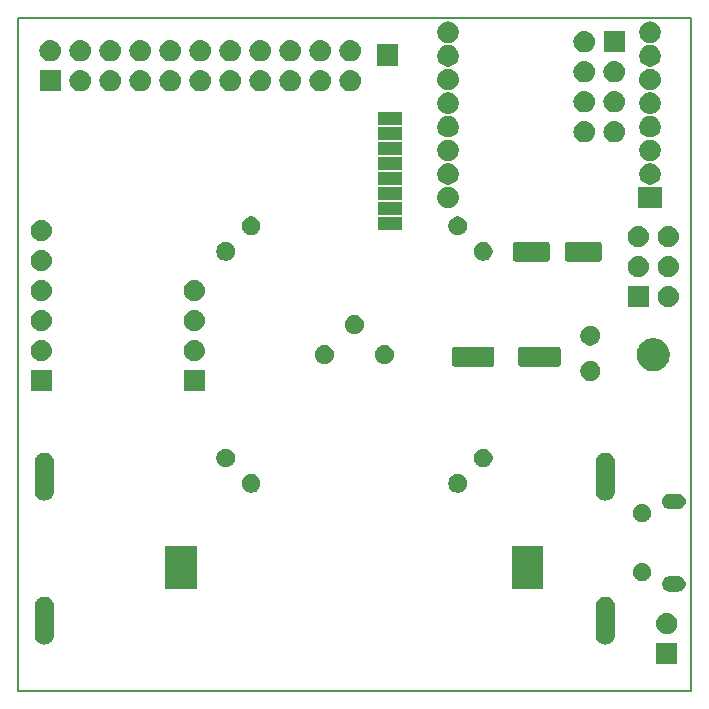
<source format=gbr>
%TF.GenerationSoftware,KiCad,Pcbnew,5.0.2-bee76a0~70~ubuntu18.04.1*%
%TF.CreationDate,2019-09-14T20:18:35+02:00*%
%TF.ProjectId,BT-Pcb-328P,42542d50-6362-42d3-9332-38502e6b6963,2.0*%
%TF.SameCoordinates,Original*%
%TF.FileFunction,Soldermask,Bot*%
%TF.FilePolarity,Negative*%
%FSLAX46Y46*%
G04 Gerber Fmt 4.6, Leading zero omitted, Abs format (unit mm)*
G04 Created by KiCad (PCBNEW 5.0.2-bee76a0~70~ubuntu18.04.1) date sab 14 set 2019 20:18:35 CEST*
%MOMM*%
%LPD*%
G01*
G04 APERTURE LIST*
%ADD10C,0.150000*%
G04 APERTURE END LIST*
D10*
X184040000Y-138320000D02*
X184040000Y-81320000D01*
X127040000Y-138320000D02*
X127040000Y-81320000D01*
X127040000Y-138320000D02*
X184040000Y-138320000D01*
X127040000Y-81320000D02*
X184040000Y-81320000D01*
G36*
X182890000Y-136027000D02*
X181092000Y-136027000D01*
X181092000Y-134229000D01*
X182890000Y-134229000D01*
X182890000Y-136027000D01*
X182890000Y-136027000D01*
G37*
G36*
X129444983Y-130315734D02*
X129597857Y-130362108D01*
X129738747Y-130437415D01*
X129782528Y-130473345D01*
X129862239Y-130538761D01*
X129912912Y-130600507D01*
X129963585Y-130662252D01*
X130038892Y-130803142D01*
X130085266Y-130956016D01*
X130097000Y-131075156D01*
X130097000Y-133592844D01*
X130085266Y-133711984D01*
X130038892Y-133864858D01*
X129963585Y-134005748D01*
X129912911Y-134067493D01*
X129862239Y-134129239D01*
X129800493Y-134179911D01*
X129738748Y-134230585D01*
X129597858Y-134305892D01*
X129444984Y-134352266D01*
X129286000Y-134367924D01*
X129127017Y-134352266D01*
X128974143Y-134305892D01*
X128833253Y-134230585D01*
X128771508Y-134179911D01*
X128709762Y-134129239D01*
X128659090Y-134067493D01*
X128608416Y-134005748D01*
X128533109Y-133864858D01*
X128486735Y-133711984D01*
X128475001Y-133592844D01*
X128475000Y-131075157D01*
X128486734Y-130956017D01*
X128533108Y-130803143D01*
X128533109Y-130803142D01*
X128608415Y-130662253D01*
X128644345Y-130618472D01*
X128709761Y-130538761D01*
X128771507Y-130488089D01*
X128833252Y-130437415D01*
X128974142Y-130362108D01*
X129127016Y-130315734D01*
X129286000Y-130300076D01*
X129444983Y-130315734D01*
X129444983Y-130315734D01*
G37*
G36*
X176944983Y-130315734D02*
X177097857Y-130362108D01*
X177238747Y-130437415D01*
X177282528Y-130473345D01*
X177362239Y-130538761D01*
X177412912Y-130600507D01*
X177463585Y-130662252D01*
X177538892Y-130803142D01*
X177585266Y-130956016D01*
X177597000Y-131075156D01*
X177597000Y-133592844D01*
X177585266Y-133711984D01*
X177538892Y-133864858D01*
X177463585Y-134005748D01*
X177412912Y-134067493D01*
X177362239Y-134129239D01*
X177300493Y-134179911D01*
X177238748Y-134230585D01*
X177097858Y-134305892D01*
X176944984Y-134352266D01*
X176786000Y-134367924D01*
X176627017Y-134352266D01*
X176474143Y-134305892D01*
X176333253Y-134230585D01*
X176271508Y-134179911D01*
X176209762Y-134129239D01*
X176159090Y-134067493D01*
X176108416Y-134005748D01*
X176033109Y-133864858D01*
X175986735Y-133711984D01*
X175975001Y-133592844D01*
X175975000Y-131075157D01*
X175986734Y-130956017D01*
X176033108Y-130803143D01*
X176033109Y-130803142D01*
X176108415Y-130662253D01*
X176144345Y-130618472D01*
X176209761Y-130538761D01*
X176271507Y-130488089D01*
X176333252Y-130437415D01*
X176474142Y-130362108D01*
X176627016Y-130315734D01*
X176786000Y-130300076D01*
X176944983Y-130315734D01*
X176944983Y-130315734D01*
G37*
G36*
X182167234Y-131702008D02*
X182285291Y-131737820D01*
X182336697Y-131753414D01*
X182393659Y-131783861D01*
X182492872Y-131836891D01*
X182629764Y-131949236D01*
X182742109Y-132086128D01*
X182795139Y-132185341D01*
X182825586Y-132242303D01*
X182825586Y-132242304D01*
X182876992Y-132411766D01*
X182894349Y-132588000D01*
X182876992Y-132764234D01*
X182841180Y-132882291D01*
X182825586Y-132933697D01*
X182795139Y-132990659D01*
X182742109Y-133089872D01*
X182629764Y-133226764D01*
X182492872Y-133339109D01*
X182393659Y-133392139D01*
X182336697Y-133422586D01*
X182285291Y-133438180D01*
X182167234Y-133473992D01*
X182035159Y-133487000D01*
X181946841Y-133487000D01*
X181814766Y-133473992D01*
X181696709Y-133438180D01*
X181645303Y-133422586D01*
X181588341Y-133392139D01*
X181489128Y-133339109D01*
X181352236Y-133226764D01*
X181239891Y-133089872D01*
X181186861Y-132990659D01*
X181156414Y-132933697D01*
X181140820Y-132882291D01*
X181105008Y-132764234D01*
X181087651Y-132588000D01*
X181105008Y-132411766D01*
X181156414Y-132242304D01*
X181156414Y-132242303D01*
X181186861Y-132185341D01*
X181239891Y-132086128D01*
X181352236Y-131949236D01*
X181489128Y-131836891D01*
X181588341Y-131783861D01*
X181645303Y-131753414D01*
X181696709Y-131737820D01*
X181814766Y-131702008D01*
X181946841Y-131689000D01*
X182035159Y-131689000D01*
X182167234Y-131702008D01*
X182167234Y-131702008D01*
G37*
G36*
X183070726Y-128590390D02*
X183193063Y-128627501D01*
X183305810Y-128687765D01*
X183404633Y-128768867D01*
X183455793Y-128831205D01*
X183485734Y-128867689D01*
X183545999Y-128980437D01*
X183583110Y-129102774D01*
X183595640Y-129230000D01*
X183583110Y-129357226D01*
X183545999Y-129479563D01*
X183485735Y-129592310D01*
X183404633Y-129691133D01*
X183305810Y-129772235D01*
X183193063Y-129832499D01*
X183070726Y-129869610D01*
X182975384Y-129879000D01*
X182211616Y-129879000D01*
X182116274Y-129869610D01*
X181993937Y-129832499D01*
X181881190Y-129772235D01*
X181782367Y-129691133D01*
X181701265Y-129592310D01*
X181641001Y-129479563D01*
X181603890Y-129357226D01*
X181591360Y-129230000D01*
X181603890Y-129102774D01*
X181641001Y-128980437D01*
X181701266Y-128867689D01*
X181731208Y-128831205D01*
X181782367Y-128768867D01*
X181881190Y-128687765D01*
X181993937Y-128627501D01*
X182116274Y-128590390D01*
X182211616Y-128581000D01*
X182975384Y-128581000D01*
X183070726Y-128590390D01*
X183070726Y-128590390D01*
G37*
G36*
X142179000Y-129642000D02*
X139541000Y-129642000D01*
X139541000Y-126034000D01*
X142179000Y-126034000D01*
X142179000Y-129642000D01*
X142179000Y-129642000D01*
G37*
G36*
X171539000Y-129642000D02*
X168901000Y-129642000D01*
X168901000Y-126034000D01*
X171539000Y-126034000D01*
X171539000Y-129642000D01*
X171539000Y-129642000D01*
G37*
G36*
X180119267Y-127485744D02*
X180260126Y-127544090D01*
X180386044Y-127628226D01*
X180386899Y-127628797D01*
X180494703Y-127736601D01*
X180494705Y-127736604D01*
X180579410Y-127863374D01*
X180637756Y-128004233D01*
X180667500Y-128153768D01*
X180667500Y-128306232D01*
X180637756Y-128455767D01*
X180579410Y-128596626D01*
X180518513Y-128687765D01*
X180494703Y-128723399D01*
X180386899Y-128831203D01*
X180386896Y-128831205D01*
X180260126Y-128915910D01*
X180119267Y-128974256D01*
X179969733Y-129004000D01*
X179817267Y-129004000D01*
X179667733Y-128974256D01*
X179526874Y-128915910D01*
X179400104Y-128831205D01*
X179400101Y-128831203D01*
X179292297Y-128723399D01*
X179268487Y-128687765D01*
X179207590Y-128596626D01*
X179149244Y-128455767D01*
X179119500Y-128306232D01*
X179119500Y-128153768D01*
X179149244Y-128004233D01*
X179207590Y-127863374D01*
X179292295Y-127736604D01*
X179292297Y-127736601D01*
X179400101Y-127628797D01*
X179400956Y-127628226D01*
X179526874Y-127544090D01*
X179667733Y-127485744D01*
X179817267Y-127456000D01*
X179969733Y-127456000D01*
X180119267Y-127485744D01*
X180119267Y-127485744D01*
G37*
G36*
X180088193Y-122479563D02*
X180119267Y-122485744D01*
X180260126Y-122544090D01*
X180386044Y-122628226D01*
X180386899Y-122628797D01*
X180494703Y-122736601D01*
X180494705Y-122736604D01*
X180579410Y-122863374D01*
X180637756Y-123004233D01*
X180667500Y-123153768D01*
X180667500Y-123306232D01*
X180637756Y-123455767D01*
X180579410Y-123596626D01*
X180495274Y-123722544D01*
X180494703Y-123723399D01*
X180386899Y-123831203D01*
X180386896Y-123831205D01*
X180260126Y-123915910D01*
X180119267Y-123974256D01*
X179969733Y-124004000D01*
X179817267Y-124004000D01*
X179667733Y-123974256D01*
X179526874Y-123915910D01*
X179400104Y-123831205D01*
X179400101Y-123831203D01*
X179292297Y-123723399D01*
X179291726Y-123722544D01*
X179207590Y-123596626D01*
X179149244Y-123455767D01*
X179119500Y-123306232D01*
X179119500Y-123153768D01*
X179149244Y-123004233D01*
X179207590Y-122863374D01*
X179292295Y-122736604D01*
X179292297Y-122736601D01*
X179400101Y-122628797D01*
X179400956Y-122628226D01*
X179526874Y-122544090D01*
X179667733Y-122485744D01*
X179698807Y-122479563D01*
X179817267Y-122456000D01*
X179969733Y-122456000D01*
X180088193Y-122479563D01*
X180088193Y-122479563D01*
G37*
G36*
X183070726Y-121590390D02*
X183193063Y-121627501D01*
X183305810Y-121687765D01*
X183305812Y-121687766D01*
X183305811Y-121687766D01*
X183404633Y-121768867D01*
X183485734Y-121867689D01*
X183545999Y-121980437D01*
X183583110Y-122102774D01*
X183595640Y-122230000D01*
X183583110Y-122357226D01*
X183553147Y-122456000D01*
X183545999Y-122479563D01*
X183485735Y-122592310D01*
X183404633Y-122691133D01*
X183305810Y-122772235D01*
X183193063Y-122832499D01*
X183070726Y-122869610D01*
X182975384Y-122879000D01*
X182211616Y-122879000D01*
X182116274Y-122869610D01*
X181993937Y-122832499D01*
X181881190Y-122772235D01*
X181782367Y-122691133D01*
X181701265Y-122592310D01*
X181641001Y-122479563D01*
X181633853Y-122456000D01*
X181603890Y-122357226D01*
X181591360Y-122230000D01*
X181603890Y-122102774D01*
X181641001Y-121980437D01*
X181701266Y-121867689D01*
X181782367Y-121768867D01*
X181881189Y-121687766D01*
X181881188Y-121687766D01*
X181881190Y-121687765D01*
X181993937Y-121627501D01*
X182116274Y-121590390D01*
X182211616Y-121581000D01*
X182975384Y-121581000D01*
X183070726Y-121590390D01*
X183070726Y-121590390D01*
G37*
G36*
X129442984Y-118123734D02*
X129595858Y-118170108D01*
X129736748Y-118245415D01*
X129798493Y-118296088D01*
X129860239Y-118346761D01*
X129910912Y-118408507D01*
X129961585Y-118470252D01*
X130036892Y-118611142D01*
X130083266Y-118764016D01*
X130095000Y-118883156D01*
X130095000Y-121400844D01*
X130083266Y-121519984D01*
X130061908Y-121590390D01*
X130036892Y-121672858D01*
X129961585Y-121813748D01*
X129917316Y-121867689D01*
X129860239Y-121937239D01*
X129780528Y-122002655D01*
X129736747Y-122038585D01*
X129616657Y-122102774D01*
X129595857Y-122113892D01*
X129442983Y-122160266D01*
X129284000Y-122175924D01*
X129125016Y-122160266D01*
X128972142Y-122113892D01*
X128951342Y-122102774D01*
X128831252Y-122038585D01*
X128760399Y-121980437D01*
X128707761Y-121937239D01*
X128642345Y-121857528D01*
X128606415Y-121813747D01*
X128531108Y-121672857D01*
X128484734Y-121519983D01*
X128473000Y-121400843D01*
X128473001Y-118883156D01*
X128484735Y-118764016D01*
X128531109Y-118611142D01*
X128606416Y-118470252D01*
X128657089Y-118408507D01*
X128707762Y-118346761D01*
X128769508Y-118296088D01*
X128831253Y-118245415D01*
X128972143Y-118170108D01*
X129125017Y-118123734D01*
X129284000Y-118108076D01*
X129442984Y-118123734D01*
X129442984Y-118123734D01*
G37*
G36*
X176942984Y-118123734D02*
X177095858Y-118170108D01*
X177236748Y-118245415D01*
X177298493Y-118296088D01*
X177360239Y-118346761D01*
X177410912Y-118408507D01*
X177461585Y-118470252D01*
X177536892Y-118611142D01*
X177583266Y-118764016D01*
X177595000Y-118883156D01*
X177595000Y-121400844D01*
X177583266Y-121519984D01*
X177561908Y-121590390D01*
X177536892Y-121672858D01*
X177461585Y-121813748D01*
X177417316Y-121867689D01*
X177360239Y-121937239D01*
X177280528Y-122002655D01*
X177236747Y-122038585D01*
X177116657Y-122102774D01*
X177095857Y-122113892D01*
X176942983Y-122160266D01*
X176784000Y-122175924D01*
X176625016Y-122160266D01*
X176472142Y-122113892D01*
X176451342Y-122102774D01*
X176331252Y-122038585D01*
X176260399Y-121980437D01*
X176207761Y-121937239D01*
X176142345Y-121857528D01*
X176106415Y-121813747D01*
X176031108Y-121672857D01*
X175984734Y-121519983D01*
X175973000Y-121400843D01*
X175973001Y-118883156D01*
X175984735Y-118764016D01*
X176031109Y-118611142D01*
X176106416Y-118470252D01*
X176157089Y-118408507D01*
X176207762Y-118346761D01*
X176269508Y-118296088D01*
X176331253Y-118245415D01*
X176472143Y-118170108D01*
X176625017Y-118123734D01*
X176784000Y-118108076D01*
X176942984Y-118123734D01*
X176942984Y-118123734D01*
G37*
G36*
X147023060Y-119951705D02*
X147168468Y-120011935D01*
X147299333Y-120099376D01*
X147410624Y-120210667D01*
X147498065Y-120341532D01*
X147558295Y-120486940D01*
X147589000Y-120641305D01*
X147589000Y-120798695D01*
X147558295Y-120953060D01*
X147498065Y-121098468D01*
X147410624Y-121229333D01*
X147299333Y-121340624D01*
X147168468Y-121428065D01*
X147023060Y-121488295D01*
X146868695Y-121519000D01*
X146711305Y-121519000D01*
X146556940Y-121488295D01*
X146411532Y-121428065D01*
X146280667Y-121340624D01*
X146169376Y-121229333D01*
X146081935Y-121098468D01*
X146021705Y-120953060D01*
X145991000Y-120798695D01*
X145991000Y-120641305D01*
X146021705Y-120486940D01*
X146081935Y-120341532D01*
X146169376Y-120210667D01*
X146280667Y-120099376D01*
X146411532Y-120011935D01*
X146556940Y-119951705D01*
X146711305Y-119921000D01*
X146868695Y-119921000D01*
X147023060Y-119951705D01*
X147023060Y-119951705D01*
G37*
G36*
X164523060Y-119951705D02*
X164668468Y-120011935D01*
X164799333Y-120099376D01*
X164910624Y-120210667D01*
X164998065Y-120341532D01*
X165058295Y-120486940D01*
X165089000Y-120641305D01*
X165089000Y-120798695D01*
X165058295Y-120953060D01*
X164998065Y-121098468D01*
X164910624Y-121229333D01*
X164799333Y-121340624D01*
X164668468Y-121428065D01*
X164523060Y-121488295D01*
X164368695Y-121519000D01*
X164211305Y-121519000D01*
X164056940Y-121488295D01*
X163911532Y-121428065D01*
X163780667Y-121340624D01*
X163669376Y-121229333D01*
X163581935Y-121098468D01*
X163521705Y-120953060D01*
X163491000Y-120798695D01*
X163491000Y-120641305D01*
X163521705Y-120486940D01*
X163581935Y-120341532D01*
X163669376Y-120210667D01*
X163780667Y-120099376D01*
X163911532Y-120011935D01*
X164056940Y-119951705D01*
X164211305Y-119921000D01*
X164368695Y-119921000D01*
X164523060Y-119951705D01*
X164523060Y-119951705D01*
G37*
G36*
X166673060Y-117801705D02*
X166818468Y-117861935D01*
X166949333Y-117949376D01*
X167060624Y-118060667D01*
X167148065Y-118191532D01*
X167208295Y-118336940D01*
X167239000Y-118491305D01*
X167239000Y-118648695D01*
X167208295Y-118803060D01*
X167148065Y-118948468D01*
X167060624Y-119079333D01*
X166949333Y-119190624D01*
X166818468Y-119278065D01*
X166673060Y-119338295D01*
X166518695Y-119369000D01*
X166361305Y-119369000D01*
X166206940Y-119338295D01*
X166061532Y-119278065D01*
X165930667Y-119190624D01*
X165819376Y-119079333D01*
X165731935Y-118948468D01*
X165671705Y-118803060D01*
X165641000Y-118648695D01*
X165641000Y-118491305D01*
X165671705Y-118336940D01*
X165731935Y-118191532D01*
X165819376Y-118060667D01*
X165930667Y-117949376D01*
X166061532Y-117861935D01*
X166206940Y-117801705D01*
X166361305Y-117771000D01*
X166518695Y-117771000D01*
X166673060Y-117801705D01*
X166673060Y-117801705D01*
G37*
G36*
X144873060Y-117801705D02*
X145018468Y-117861935D01*
X145149333Y-117949376D01*
X145260624Y-118060667D01*
X145348065Y-118191532D01*
X145408295Y-118336940D01*
X145439000Y-118491305D01*
X145439000Y-118648695D01*
X145408295Y-118803060D01*
X145348065Y-118948468D01*
X145260624Y-119079333D01*
X145149333Y-119190624D01*
X145018468Y-119278065D01*
X144873060Y-119338295D01*
X144718695Y-119369000D01*
X144561305Y-119369000D01*
X144406940Y-119338295D01*
X144261532Y-119278065D01*
X144130667Y-119190624D01*
X144019376Y-119079333D01*
X143931935Y-118948468D01*
X143871705Y-118803060D01*
X143841000Y-118648695D01*
X143841000Y-118491305D01*
X143871705Y-118336940D01*
X143931935Y-118191532D01*
X144019376Y-118060667D01*
X144130667Y-117949376D01*
X144261532Y-117861935D01*
X144406940Y-117801705D01*
X144561305Y-117771000D01*
X144718695Y-117771000D01*
X144873060Y-117801705D01*
X144873060Y-117801705D01*
G37*
G36*
X129931000Y-112913000D02*
X128133000Y-112913000D01*
X128133000Y-111115000D01*
X129931000Y-111115000D01*
X129931000Y-112913000D01*
X129931000Y-112913000D01*
G37*
G36*
X142885000Y-112913000D02*
X141087000Y-112913000D01*
X141087000Y-111115000D01*
X142885000Y-111115000D01*
X142885000Y-112913000D01*
X142885000Y-112913000D01*
G37*
G36*
X175761643Y-110387626D02*
X175916153Y-110451626D01*
X176055207Y-110544539D01*
X176173461Y-110662793D01*
X176266374Y-110801847D01*
X176330374Y-110956357D01*
X176363000Y-111120379D01*
X176363000Y-111287621D01*
X176330374Y-111451643D01*
X176266374Y-111606153D01*
X176173461Y-111745207D01*
X176055207Y-111863461D01*
X175916153Y-111956374D01*
X175761643Y-112020374D01*
X175597621Y-112053000D01*
X175430379Y-112053000D01*
X175266357Y-112020374D01*
X175111847Y-111956374D01*
X174972793Y-111863461D01*
X174854539Y-111745207D01*
X174761626Y-111606153D01*
X174697626Y-111451643D01*
X174665000Y-111287621D01*
X174665000Y-111120379D01*
X174697626Y-110956357D01*
X174761626Y-110801847D01*
X174854539Y-110662793D01*
X174972793Y-110544539D01*
X175111847Y-110451626D01*
X175266357Y-110387626D01*
X175430379Y-110355000D01*
X175597621Y-110355000D01*
X175761643Y-110387626D01*
X175761643Y-110387626D01*
G37*
G36*
X181256072Y-108474762D02*
X181405215Y-108536539D01*
X181510675Y-108580222D01*
X181549483Y-108606153D01*
X181739813Y-108733327D01*
X181934673Y-108928187D01*
X182018070Y-109053000D01*
X182087778Y-109157325D01*
X182096223Y-109177713D01*
X182193238Y-109411928D01*
X182247000Y-109682209D01*
X182247000Y-109957791D01*
X182193238Y-110228072D01*
X182138595Y-110359991D01*
X182087778Y-110482675D01*
X182032310Y-110565688D01*
X181934673Y-110711813D01*
X181739813Y-110906673D01*
X181665455Y-110956357D01*
X181510675Y-111059778D01*
X181405215Y-111103461D01*
X181256072Y-111165238D01*
X180985791Y-111219000D01*
X180710209Y-111219000D01*
X180439928Y-111165238D01*
X180290785Y-111103461D01*
X180185325Y-111059778D01*
X180030545Y-110956357D01*
X179956187Y-110906673D01*
X179761327Y-110711813D01*
X179663690Y-110565688D01*
X179608222Y-110482675D01*
X179557405Y-110359991D01*
X179502762Y-110228072D01*
X179449000Y-109957791D01*
X179449000Y-109682209D01*
X179502762Y-109411928D01*
X179599777Y-109177713D01*
X179608222Y-109157325D01*
X179677930Y-109053000D01*
X179761327Y-108928187D01*
X179956187Y-108733327D01*
X180146517Y-108606153D01*
X180185325Y-108580222D01*
X180290785Y-108536539D01*
X180439928Y-108474762D01*
X180710209Y-108421000D01*
X180985791Y-108421000D01*
X181256072Y-108474762D01*
X181256072Y-108474762D01*
G37*
G36*
X172815069Y-109137674D02*
X172858346Y-109150802D01*
X172898231Y-109172121D01*
X172933189Y-109200811D01*
X172961879Y-109235769D01*
X172983198Y-109275654D01*
X172996326Y-109318931D01*
X173001000Y-109366391D01*
X173001000Y-110597609D01*
X172996326Y-110645069D01*
X172983198Y-110688346D01*
X172961879Y-110728231D01*
X172933189Y-110763189D01*
X172898231Y-110791879D01*
X172858346Y-110813198D01*
X172815069Y-110826326D01*
X172767609Y-110831000D01*
X169636391Y-110831000D01*
X169588931Y-110826326D01*
X169545654Y-110813198D01*
X169505769Y-110791879D01*
X169470811Y-110763189D01*
X169442121Y-110728231D01*
X169420802Y-110688346D01*
X169407674Y-110645069D01*
X169403000Y-110597609D01*
X169403000Y-109366391D01*
X169407674Y-109318931D01*
X169420802Y-109275654D01*
X169442121Y-109235769D01*
X169470811Y-109200811D01*
X169505769Y-109172121D01*
X169545654Y-109150802D01*
X169588931Y-109137674D01*
X169636391Y-109133000D01*
X172767609Y-109133000D01*
X172815069Y-109137674D01*
X172815069Y-109137674D01*
G37*
G36*
X167215069Y-109137674D02*
X167258346Y-109150802D01*
X167298231Y-109172121D01*
X167333189Y-109200811D01*
X167361879Y-109235769D01*
X167383198Y-109275654D01*
X167396326Y-109318931D01*
X167401000Y-109366391D01*
X167401000Y-110597609D01*
X167396326Y-110645069D01*
X167383198Y-110688346D01*
X167361879Y-110728231D01*
X167333189Y-110763189D01*
X167298231Y-110791879D01*
X167258346Y-110813198D01*
X167215069Y-110826326D01*
X167167609Y-110831000D01*
X164036391Y-110831000D01*
X163988931Y-110826326D01*
X163945654Y-110813198D01*
X163905769Y-110791879D01*
X163870811Y-110763189D01*
X163842121Y-110728231D01*
X163820802Y-110688346D01*
X163807674Y-110645069D01*
X163803000Y-110597609D01*
X163803000Y-109366391D01*
X163807674Y-109318931D01*
X163820802Y-109275654D01*
X163842121Y-109235769D01*
X163870811Y-109200811D01*
X163905769Y-109172121D01*
X163945654Y-109150802D01*
X163988931Y-109137674D01*
X164036391Y-109133000D01*
X167167609Y-109133000D01*
X167215069Y-109137674D01*
X167215069Y-109137674D01*
G37*
G36*
X153236560Y-109040166D02*
X153384153Y-109101301D01*
X153490142Y-109172121D01*
X153516985Y-109190057D01*
X153629943Y-109303015D01*
X153629945Y-109303018D01*
X153718699Y-109435847D01*
X153779834Y-109583440D01*
X153811000Y-109740123D01*
X153811000Y-109899877D01*
X153779834Y-110056560D01*
X153718699Y-110204153D01*
X153630244Y-110336535D01*
X153629943Y-110336985D01*
X153516985Y-110449943D01*
X153516982Y-110449945D01*
X153384153Y-110538699D01*
X153236560Y-110599834D01*
X153079877Y-110631000D01*
X152920123Y-110631000D01*
X152763440Y-110599834D01*
X152615847Y-110538699D01*
X152483018Y-110449945D01*
X152483015Y-110449943D01*
X152370057Y-110336985D01*
X152369756Y-110336535D01*
X152281301Y-110204153D01*
X152220166Y-110056560D01*
X152189000Y-109899877D01*
X152189000Y-109740123D01*
X152220166Y-109583440D01*
X152281301Y-109435847D01*
X152370055Y-109303018D01*
X152370057Y-109303015D01*
X152483015Y-109190057D01*
X152509858Y-109172121D01*
X152615847Y-109101301D01*
X152763440Y-109040166D01*
X152920123Y-109009000D01*
X153079877Y-109009000D01*
X153236560Y-109040166D01*
X153236560Y-109040166D01*
G37*
G36*
X158316560Y-109040166D02*
X158464153Y-109101301D01*
X158570142Y-109172121D01*
X158596985Y-109190057D01*
X158709943Y-109303015D01*
X158709945Y-109303018D01*
X158798699Y-109435847D01*
X158859834Y-109583440D01*
X158891000Y-109740123D01*
X158891000Y-109899877D01*
X158859834Y-110056560D01*
X158798699Y-110204153D01*
X158710244Y-110336535D01*
X158709943Y-110336985D01*
X158596985Y-110449943D01*
X158596982Y-110449945D01*
X158464153Y-110538699D01*
X158316560Y-110599834D01*
X158159877Y-110631000D01*
X158000123Y-110631000D01*
X157843440Y-110599834D01*
X157695847Y-110538699D01*
X157563018Y-110449945D01*
X157563015Y-110449943D01*
X157450057Y-110336985D01*
X157449756Y-110336535D01*
X157361301Y-110204153D01*
X157300166Y-110056560D01*
X157269000Y-109899877D01*
X157269000Y-109740123D01*
X157300166Y-109583440D01*
X157361301Y-109435847D01*
X157450055Y-109303018D01*
X157450057Y-109303015D01*
X157563015Y-109190057D01*
X157589858Y-109172121D01*
X157695847Y-109101301D01*
X157843440Y-109040166D01*
X158000123Y-109009000D01*
X158159877Y-109009000D01*
X158316560Y-109040166D01*
X158316560Y-109040166D01*
G37*
G36*
X142162234Y-108588008D02*
X142280291Y-108623820D01*
X142331697Y-108639414D01*
X142388659Y-108669861D01*
X142487872Y-108722891D01*
X142624764Y-108835236D01*
X142737109Y-108972128D01*
X142790139Y-109071341D01*
X142820586Y-109128303D01*
X142829390Y-109157326D01*
X142871992Y-109297766D01*
X142889349Y-109474000D01*
X142871992Y-109650234D01*
X142844724Y-109740123D01*
X142820586Y-109819697D01*
X142790139Y-109876659D01*
X142737109Y-109975872D01*
X142624764Y-110112764D01*
X142487872Y-110225109D01*
X142388659Y-110278139D01*
X142331697Y-110308586D01*
X142280291Y-110324180D01*
X142162234Y-110359992D01*
X142030159Y-110373000D01*
X141941841Y-110373000D01*
X141809766Y-110359992D01*
X141691709Y-110324180D01*
X141640303Y-110308586D01*
X141583341Y-110278139D01*
X141484128Y-110225109D01*
X141347236Y-110112764D01*
X141234891Y-109975872D01*
X141181861Y-109876659D01*
X141151414Y-109819697D01*
X141127276Y-109740123D01*
X141100008Y-109650234D01*
X141082651Y-109474000D01*
X141100008Y-109297766D01*
X141142610Y-109157326D01*
X141151414Y-109128303D01*
X141181861Y-109071341D01*
X141234891Y-108972128D01*
X141347236Y-108835236D01*
X141484128Y-108722891D01*
X141583341Y-108669861D01*
X141640303Y-108639414D01*
X141691709Y-108623820D01*
X141809766Y-108588008D01*
X141941841Y-108575000D01*
X142030159Y-108575000D01*
X142162234Y-108588008D01*
X142162234Y-108588008D01*
G37*
G36*
X129208234Y-108588008D02*
X129326291Y-108623820D01*
X129377697Y-108639414D01*
X129434659Y-108669861D01*
X129533872Y-108722891D01*
X129670764Y-108835236D01*
X129783109Y-108972128D01*
X129836139Y-109071341D01*
X129866586Y-109128303D01*
X129875390Y-109157326D01*
X129917992Y-109297766D01*
X129935349Y-109474000D01*
X129917992Y-109650234D01*
X129890724Y-109740123D01*
X129866586Y-109819697D01*
X129836139Y-109876659D01*
X129783109Y-109975872D01*
X129670764Y-110112764D01*
X129533872Y-110225109D01*
X129434659Y-110278139D01*
X129377697Y-110308586D01*
X129326291Y-110324180D01*
X129208234Y-110359992D01*
X129076159Y-110373000D01*
X128987841Y-110373000D01*
X128855766Y-110359992D01*
X128737709Y-110324180D01*
X128686303Y-110308586D01*
X128629341Y-110278139D01*
X128530128Y-110225109D01*
X128393236Y-110112764D01*
X128280891Y-109975872D01*
X128227861Y-109876659D01*
X128197414Y-109819697D01*
X128173276Y-109740123D01*
X128146008Y-109650234D01*
X128128651Y-109474000D01*
X128146008Y-109297766D01*
X128188610Y-109157326D01*
X128197414Y-109128303D01*
X128227861Y-109071341D01*
X128280891Y-108972128D01*
X128393236Y-108835236D01*
X128530128Y-108722891D01*
X128629341Y-108669861D01*
X128686303Y-108639414D01*
X128737709Y-108623820D01*
X128855766Y-108588008D01*
X128987841Y-108575000D01*
X129076159Y-108575000D01*
X129208234Y-108588008D01*
X129208234Y-108588008D01*
G37*
G36*
X175761643Y-107387626D02*
X175916153Y-107451626D01*
X176055207Y-107544539D01*
X176173461Y-107662793D01*
X176266374Y-107801847D01*
X176330374Y-107956357D01*
X176363000Y-108120379D01*
X176363000Y-108287621D01*
X176330374Y-108451643D01*
X176266374Y-108606153D01*
X176173461Y-108745207D01*
X176055207Y-108863461D01*
X175916153Y-108956374D01*
X175761643Y-109020374D01*
X175597621Y-109053000D01*
X175430379Y-109053000D01*
X175266357Y-109020374D01*
X175111847Y-108956374D01*
X174972793Y-108863461D01*
X174854539Y-108745207D01*
X174761626Y-108606153D01*
X174697626Y-108451643D01*
X174665000Y-108287621D01*
X174665000Y-108120379D01*
X174697626Y-107956357D01*
X174761626Y-107801847D01*
X174854539Y-107662793D01*
X174972793Y-107544539D01*
X175111847Y-107451626D01*
X175266357Y-107387626D01*
X175430379Y-107355000D01*
X175597621Y-107355000D01*
X175761643Y-107387626D01*
X175761643Y-107387626D01*
G37*
G36*
X155776560Y-106500166D02*
X155924153Y-106561301D01*
X156056535Y-106649756D01*
X156056985Y-106650057D01*
X156169943Y-106763015D01*
X156169945Y-106763018D01*
X156258699Y-106895847D01*
X156319834Y-107043440D01*
X156351000Y-107200123D01*
X156351000Y-107359877D01*
X156319834Y-107516560D01*
X156258699Y-107664153D01*
X156170244Y-107796535D01*
X156169943Y-107796985D01*
X156056985Y-107909943D01*
X156056982Y-107909945D01*
X155924153Y-107998699D01*
X155776560Y-108059834D01*
X155619877Y-108091000D01*
X155460123Y-108091000D01*
X155303440Y-108059834D01*
X155155847Y-107998699D01*
X155023018Y-107909945D01*
X155023015Y-107909943D01*
X154910057Y-107796985D01*
X154909756Y-107796535D01*
X154821301Y-107664153D01*
X154760166Y-107516560D01*
X154729000Y-107359877D01*
X154729000Y-107200123D01*
X154760166Y-107043440D01*
X154821301Y-106895847D01*
X154910055Y-106763018D01*
X154910057Y-106763015D01*
X155023015Y-106650057D01*
X155023465Y-106649756D01*
X155155847Y-106561301D01*
X155303440Y-106500166D01*
X155460123Y-106469000D01*
X155619877Y-106469000D01*
X155776560Y-106500166D01*
X155776560Y-106500166D01*
G37*
G36*
X142162234Y-106048008D02*
X142280291Y-106083820D01*
X142331697Y-106099414D01*
X142388659Y-106129861D01*
X142487872Y-106182891D01*
X142624764Y-106295236D01*
X142737109Y-106432128D01*
X142790139Y-106531341D01*
X142820586Y-106588303D01*
X142820586Y-106588304D01*
X142871992Y-106757766D01*
X142889349Y-106934000D01*
X142871992Y-107110234D01*
X142844724Y-107200123D01*
X142820586Y-107279697D01*
X142790139Y-107336659D01*
X142737109Y-107435872D01*
X142624764Y-107572764D01*
X142487872Y-107685109D01*
X142388659Y-107738139D01*
X142331697Y-107768586D01*
X142280291Y-107784180D01*
X142162234Y-107819992D01*
X142030159Y-107833000D01*
X141941841Y-107833000D01*
X141809766Y-107819992D01*
X141691709Y-107784180D01*
X141640303Y-107768586D01*
X141583341Y-107738139D01*
X141484128Y-107685109D01*
X141347236Y-107572764D01*
X141234891Y-107435872D01*
X141181861Y-107336659D01*
X141151414Y-107279697D01*
X141127276Y-107200123D01*
X141100008Y-107110234D01*
X141082651Y-106934000D01*
X141100008Y-106757766D01*
X141151414Y-106588304D01*
X141151414Y-106588303D01*
X141181861Y-106531341D01*
X141234891Y-106432128D01*
X141347236Y-106295236D01*
X141484128Y-106182891D01*
X141583341Y-106129861D01*
X141640303Y-106099414D01*
X141691709Y-106083820D01*
X141809766Y-106048008D01*
X141941841Y-106035000D01*
X142030159Y-106035000D01*
X142162234Y-106048008D01*
X142162234Y-106048008D01*
G37*
G36*
X129208234Y-106048008D02*
X129326291Y-106083820D01*
X129377697Y-106099414D01*
X129434659Y-106129861D01*
X129533872Y-106182891D01*
X129670764Y-106295236D01*
X129783109Y-106432128D01*
X129836139Y-106531341D01*
X129866586Y-106588303D01*
X129866586Y-106588304D01*
X129917992Y-106757766D01*
X129935349Y-106934000D01*
X129917992Y-107110234D01*
X129890724Y-107200123D01*
X129866586Y-107279697D01*
X129836139Y-107336659D01*
X129783109Y-107435872D01*
X129670764Y-107572764D01*
X129533872Y-107685109D01*
X129434659Y-107738139D01*
X129377697Y-107768586D01*
X129326291Y-107784180D01*
X129208234Y-107819992D01*
X129076159Y-107833000D01*
X128987841Y-107833000D01*
X128855766Y-107819992D01*
X128737709Y-107784180D01*
X128686303Y-107768586D01*
X128629341Y-107738139D01*
X128530128Y-107685109D01*
X128393236Y-107572764D01*
X128280891Y-107435872D01*
X128227861Y-107336659D01*
X128197414Y-107279697D01*
X128173276Y-107200123D01*
X128146008Y-107110234D01*
X128128651Y-106934000D01*
X128146008Y-106757766D01*
X128197414Y-106588304D01*
X128197414Y-106588303D01*
X128227861Y-106531341D01*
X128280891Y-106432128D01*
X128393236Y-106295236D01*
X128530128Y-106182891D01*
X128629341Y-106129861D01*
X128686303Y-106099414D01*
X128737709Y-106083820D01*
X128855766Y-106048008D01*
X128987841Y-106035000D01*
X129076159Y-106035000D01*
X129208234Y-106048008D01*
X129208234Y-106048008D01*
G37*
G36*
X180477000Y-105801000D02*
X178679000Y-105801000D01*
X178679000Y-104003000D01*
X180477000Y-104003000D01*
X180477000Y-105801000D01*
X180477000Y-105801000D01*
G37*
G36*
X182294234Y-104016008D02*
X182400696Y-104048303D01*
X182463697Y-104067414D01*
X182520659Y-104097861D01*
X182619872Y-104150891D01*
X182756764Y-104263236D01*
X182869109Y-104400128D01*
X182922139Y-104499341D01*
X182952586Y-104556303D01*
X182952586Y-104556304D01*
X183003992Y-104725766D01*
X183021349Y-104902000D01*
X183003992Y-105078234D01*
X182968180Y-105196291D01*
X182952586Y-105247697D01*
X182935324Y-105279991D01*
X182869109Y-105403872D01*
X182756764Y-105540764D01*
X182619872Y-105653109D01*
X182520659Y-105706139D01*
X182463697Y-105736586D01*
X182412291Y-105752180D01*
X182294234Y-105787992D01*
X182162159Y-105801000D01*
X182073841Y-105801000D01*
X181941766Y-105787992D01*
X181823709Y-105752180D01*
X181772303Y-105736586D01*
X181715341Y-105706139D01*
X181616128Y-105653109D01*
X181479236Y-105540764D01*
X181366891Y-105403872D01*
X181300676Y-105279991D01*
X181283414Y-105247697D01*
X181267820Y-105196291D01*
X181232008Y-105078234D01*
X181214651Y-104902000D01*
X181232008Y-104725766D01*
X181283414Y-104556304D01*
X181283414Y-104556303D01*
X181313861Y-104499341D01*
X181366891Y-104400128D01*
X181479236Y-104263236D01*
X181616128Y-104150891D01*
X181715341Y-104097861D01*
X181772303Y-104067414D01*
X181835304Y-104048303D01*
X181941766Y-104016008D01*
X182073841Y-104003000D01*
X182162159Y-104003000D01*
X182294234Y-104016008D01*
X182294234Y-104016008D01*
G37*
G36*
X129208234Y-103508008D02*
X129326291Y-103543820D01*
X129377697Y-103559414D01*
X129434659Y-103589861D01*
X129533872Y-103642891D01*
X129670764Y-103755236D01*
X129783109Y-103892128D01*
X129836139Y-103991341D01*
X129866586Y-104048303D01*
X129866586Y-104048304D01*
X129917992Y-104217766D01*
X129935349Y-104394000D01*
X129917992Y-104570234D01*
X129882180Y-104688291D01*
X129866586Y-104739697D01*
X129836139Y-104796659D01*
X129783109Y-104895872D01*
X129670764Y-105032764D01*
X129533872Y-105145109D01*
X129434659Y-105198139D01*
X129377697Y-105228586D01*
X129326291Y-105244180D01*
X129208234Y-105279992D01*
X129076159Y-105293000D01*
X128987841Y-105293000D01*
X128855766Y-105279992D01*
X128737709Y-105244180D01*
X128686303Y-105228586D01*
X128629341Y-105198139D01*
X128530128Y-105145109D01*
X128393236Y-105032764D01*
X128280891Y-104895872D01*
X128227861Y-104796659D01*
X128197414Y-104739697D01*
X128181820Y-104688291D01*
X128146008Y-104570234D01*
X128128651Y-104394000D01*
X128146008Y-104217766D01*
X128197414Y-104048304D01*
X128197414Y-104048303D01*
X128227861Y-103991341D01*
X128280891Y-103892128D01*
X128393236Y-103755236D01*
X128530128Y-103642891D01*
X128629341Y-103589861D01*
X128686303Y-103559414D01*
X128737709Y-103543820D01*
X128855766Y-103508008D01*
X128987841Y-103495000D01*
X129076159Y-103495000D01*
X129208234Y-103508008D01*
X129208234Y-103508008D01*
G37*
G36*
X142162234Y-103508008D02*
X142280291Y-103543820D01*
X142331697Y-103559414D01*
X142388659Y-103589861D01*
X142487872Y-103642891D01*
X142624764Y-103755236D01*
X142737109Y-103892128D01*
X142790139Y-103991341D01*
X142820586Y-104048303D01*
X142820586Y-104048304D01*
X142871992Y-104217766D01*
X142889349Y-104394000D01*
X142871992Y-104570234D01*
X142836180Y-104688291D01*
X142820586Y-104739697D01*
X142790139Y-104796659D01*
X142737109Y-104895872D01*
X142624764Y-105032764D01*
X142487872Y-105145109D01*
X142388659Y-105198139D01*
X142331697Y-105228586D01*
X142280291Y-105244180D01*
X142162234Y-105279992D01*
X142030159Y-105293000D01*
X141941841Y-105293000D01*
X141809766Y-105279992D01*
X141691709Y-105244180D01*
X141640303Y-105228586D01*
X141583341Y-105198139D01*
X141484128Y-105145109D01*
X141347236Y-105032764D01*
X141234891Y-104895872D01*
X141181861Y-104796659D01*
X141151414Y-104739697D01*
X141135820Y-104688291D01*
X141100008Y-104570234D01*
X141082651Y-104394000D01*
X141100008Y-104217766D01*
X141151414Y-104048304D01*
X141151414Y-104048303D01*
X141181861Y-103991341D01*
X141234891Y-103892128D01*
X141347236Y-103755236D01*
X141484128Y-103642891D01*
X141583341Y-103589861D01*
X141640303Y-103559414D01*
X141691709Y-103543820D01*
X141809766Y-103508008D01*
X141941841Y-103495000D01*
X142030159Y-103495000D01*
X142162234Y-103508008D01*
X142162234Y-103508008D01*
G37*
G36*
X179754234Y-101476008D02*
X179860696Y-101508303D01*
X179923697Y-101527414D01*
X179980659Y-101557861D01*
X180079872Y-101610891D01*
X180216764Y-101723236D01*
X180329109Y-101860128D01*
X180382139Y-101959341D01*
X180412586Y-102016303D01*
X180412586Y-102016304D01*
X180463992Y-102185766D01*
X180481349Y-102362000D01*
X180463992Y-102538234D01*
X180428180Y-102656291D01*
X180412586Y-102707697D01*
X180395324Y-102739991D01*
X180329109Y-102863872D01*
X180216764Y-103000764D01*
X180079872Y-103113109D01*
X179980659Y-103166139D01*
X179923697Y-103196586D01*
X179872291Y-103212180D01*
X179754234Y-103247992D01*
X179622159Y-103261000D01*
X179533841Y-103261000D01*
X179401766Y-103247992D01*
X179283709Y-103212180D01*
X179232303Y-103196586D01*
X179175341Y-103166139D01*
X179076128Y-103113109D01*
X178939236Y-103000764D01*
X178826891Y-102863872D01*
X178760676Y-102739991D01*
X178743414Y-102707697D01*
X178727820Y-102656291D01*
X178692008Y-102538234D01*
X178674651Y-102362000D01*
X178692008Y-102185766D01*
X178743414Y-102016304D01*
X178743414Y-102016303D01*
X178773861Y-101959341D01*
X178826891Y-101860128D01*
X178939236Y-101723236D01*
X179076128Y-101610891D01*
X179175341Y-101557861D01*
X179232303Y-101527414D01*
X179295304Y-101508303D01*
X179401766Y-101476008D01*
X179533841Y-101463000D01*
X179622159Y-101463000D01*
X179754234Y-101476008D01*
X179754234Y-101476008D01*
G37*
G36*
X182294234Y-101476008D02*
X182400696Y-101508303D01*
X182463697Y-101527414D01*
X182520659Y-101557861D01*
X182619872Y-101610891D01*
X182756764Y-101723236D01*
X182869109Y-101860128D01*
X182922139Y-101959341D01*
X182952586Y-102016303D01*
X182952586Y-102016304D01*
X183003992Y-102185766D01*
X183021349Y-102362000D01*
X183003992Y-102538234D01*
X182968180Y-102656291D01*
X182952586Y-102707697D01*
X182935324Y-102739991D01*
X182869109Y-102863872D01*
X182756764Y-103000764D01*
X182619872Y-103113109D01*
X182520659Y-103166139D01*
X182463697Y-103196586D01*
X182412291Y-103212180D01*
X182294234Y-103247992D01*
X182162159Y-103261000D01*
X182073841Y-103261000D01*
X181941766Y-103247992D01*
X181823709Y-103212180D01*
X181772303Y-103196586D01*
X181715341Y-103166139D01*
X181616128Y-103113109D01*
X181479236Y-103000764D01*
X181366891Y-102863872D01*
X181300676Y-102739991D01*
X181283414Y-102707697D01*
X181267820Y-102656291D01*
X181232008Y-102538234D01*
X181214651Y-102362000D01*
X181232008Y-102185766D01*
X181283414Y-102016304D01*
X181283414Y-102016303D01*
X181313861Y-101959341D01*
X181366891Y-101860128D01*
X181479236Y-101723236D01*
X181616128Y-101610891D01*
X181715341Y-101557861D01*
X181772303Y-101527414D01*
X181835304Y-101508303D01*
X181941766Y-101476008D01*
X182073841Y-101463000D01*
X182162159Y-101463000D01*
X182294234Y-101476008D01*
X182294234Y-101476008D01*
G37*
G36*
X129208234Y-100968008D02*
X129326291Y-101003820D01*
X129377697Y-101019414D01*
X129434659Y-101049861D01*
X129533872Y-101102891D01*
X129670764Y-101215236D01*
X129783109Y-101352128D01*
X129834603Y-101448468D01*
X129866586Y-101508303D01*
X129866586Y-101508304D01*
X129917992Y-101677766D01*
X129935349Y-101854000D01*
X129917992Y-102030234D01*
X129882180Y-102148291D01*
X129866586Y-102199697D01*
X129836139Y-102256659D01*
X129783109Y-102355872D01*
X129670764Y-102492764D01*
X129533872Y-102605109D01*
X129434659Y-102658139D01*
X129377697Y-102688586D01*
X129326291Y-102704180D01*
X129208234Y-102739992D01*
X129076159Y-102753000D01*
X128987841Y-102753000D01*
X128855766Y-102739992D01*
X128737709Y-102704180D01*
X128686303Y-102688586D01*
X128629341Y-102658139D01*
X128530128Y-102605109D01*
X128393236Y-102492764D01*
X128280891Y-102355872D01*
X128227861Y-102256659D01*
X128197414Y-102199697D01*
X128181820Y-102148291D01*
X128146008Y-102030234D01*
X128128651Y-101854000D01*
X128146008Y-101677766D01*
X128197414Y-101508304D01*
X128197414Y-101508303D01*
X128229397Y-101448468D01*
X128280891Y-101352128D01*
X128393236Y-101215236D01*
X128530128Y-101102891D01*
X128629341Y-101049861D01*
X128686303Y-101019414D01*
X128737709Y-101003820D01*
X128855766Y-100968008D01*
X128987841Y-100955000D01*
X129076159Y-100955000D01*
X129208234Y-100968008D01*
X129208234Y-100968008D01*
G37*
G36*
X171883069Y-100247674D02*
X171926346Y-100260802D01*
X171966231Y-100282121D01*
X172001189Y-100310811D01*
X172029879Y-100345769D01*
X172051198Y-100385654D01*
X172064326Y-100428931D01*
X172069000Y-100476391D01*
X172069000Y-101707609D01*
X172064326Y-101755069D01*
X172051198Y-101798346D01*
X172029879Y-101838231D01*
X172001189Y-101873189D01*
X171966231Y-101901879D01*
X171926346Y-101923198D01*
X171883069Y-101936326D01*
X171835609Y-101941000D01*
X169204391Y-101941000D01*
X169156931Y-101936326D01*
X169113654Y-101923198D01*
X169073769Y-101901879D01*
X169038811Y-101873189D01*
X169010121Y-101838231D01*
X168988802Y-101798346D01*
X168975674Y-101755069D01*
X168971000Y-101707609D01*
X168971000Y-100476391D01*
X168975674Y-100428931D01*
X168988802Y-100385654D01*
X169010121Y-100345769D01*
X169038811Y-100310811D01*
X169073769Y-100282121D01*
X169113654Y-100260802D01*
X169156931Y-100247674D01*
X169204391Y-100243000D01*
X171835609Y-100243000D01*
X171883069Y-100247674D01*
X171883069Y-100247674D01*
G37*
G36*
X176283069Y-100247674D02*
X176326346Y-100260802D01*
X176366231Y-100282121D01*
X176401189Y-100310811D01*
X176429879Y-100345769D01*
X176451198Y-100385654D01*
X176464326Y-100428931D01*
X176469000Y-100476391D01*
X176469000Y-101707609D01*
X176464326Y-101755069D01*
X176451198Y-101798346D01*
X176429879Y-101838231D01*
X176401189Y-101873189D01*
X176366231Y-101901879D01*
X176326346Y-101923198D01*
X176283069Y-101936326D01*
X176235609Y-101941000D01*
X173604391Y-101941000D01*
X173556931Y-101936326D01*
X173513654Y-101923198D01*
X173473769Y-101901879D01*
X173438811Y-101873189D01*
X173410121Y-101838231D01*
X173388802Y-101798346D01*
X173375674Y-101755069D01*
X173371000Y-101707609D01*
X173371000Y-100476391D01*
X173375674Y-100428931D01*
X173388802Y-100385654D01*
X173410121Y-100345769D01*
X173438811Y-100310811D01*
X173473769Y-100282121D01*
X173513654Y-100260802D01*
X173556931Y-100247674D01*
X173604391Y-100243000D01*
X176235609Y-100243000D01*
X176283069Y-100247674D01*
X176283069Y-100247674D01*
G37*
G36*
X144873060Y-100301705D02*
X145018468Y-100361935D01*
X145149333Y-100449376D01*
X145260624Y-100560667D01*
X145348065Y-100691532D01*
X145408295Y-100836940D01*
X145439000Y-100991305D01*
X145439000Y-101148695D01*
X145408295Y-101303060D01*
X145348065Y-101448468D01*
X145260624Y-101579333D01*
X145149333Y-101690624D01*
X145018468Y-101778065D01*
X144873060Y-101838295D01*
X144718695Y-101869000D01*
X144561305Y-101869000D01*
X144406940Y-101838295D01*
X144261532Y-101778065D01*
X144130667Y-101690624D01*
X144019376Y-101579333D01*
X143931935Y-101448468D01*
X143871705Y-101303060D01*
X143841000Y-101148695D01*
X143841000Y-100991305D01*
X143871705Y-100836940D01*
X143931935Y-100691532D01*
X144019376Y-100560667D01*
X144130667Y-100449376D01*
X144261532Y-100361935D01*
X144406940Y-100301705D01*
X144561305Y-100271000D01*
X144718695Y-100271000D01*
X144873060Y-100301705D01*
X144873060Y-100301705D01*
G37*
G36*
X166673060Y-100301705D02*
X166818468Y-100361935D01*
X166949333Y-100449376D01*
X167060624Y-100560667D01*
X167148065Y-100691532D01*
X167208295Y-100836940D01*
X167239000Y-100991305D01*
X167239000Y-101148695D01*
X167208295Y-101303060D01*
X167148065Y-101448468D01*
X167060624Y-101579333D01*
X166949333Y-101690624D01*
X166818468Y-101778065D01*
X166673060Y-101838295D01*
X166518695Y-101869000D01*
X166361305Y-101869000D01*
X166206940Y-101838295D01*
X166061532Y-101778065D01*
X165930667Y-101690624D01*
X165819376Y-101579333D01*
X165731935Y-101448468D01*
X165671705Y-101303060D01*
X165641000Y-101148695D01*
X165641000Y-100991305D01*
X165671705Y-100836940D01*
X165731935Y-100691532D01*
X165819376Y-100560667D01*
X165930667Y-100449376D01*
X166061532Y-100361935D01*
X166206940Y-100301705D01*
X166361305Y-100271000D01*
X166518695Y-100271000D01*
X166673060Y-100301705D01*
X166673060Y-100301705D01*
G37*
G36*
X179754234Y-98936008D02*
X179860696Y-98968303D01*
X179923697Y-98987414D01*
X179980659Y-99017861D01*
X180079872Y-99070891D01*
X180216764Y-99183236D01*
X180329109Y-99320128D01*
X180382139Y-99419341D01*
X180412586Y-99476303D01*
X180412586Y-99476304D01*
X180463992Y-99645766D01*
X180481349Y-99822000D01*
X180463992Y-99998234D01*
X180428180Y-100116291D01*
X180412586Y-100167697D01*
X180395324Y-100199991D01*
X180329109Y-100323872D01*
X180216764Y-100460764D01*
X180079872Y-100573109D01*
X179980659Y-100626139D01*
X179923697Y-100656586D01*
X179872291Y-100672180D01*
X179754234Y-100707992D01*
X179622159Y-100721000D01*
X179533841Y-100721000D01*
X179401766Y-100707992D01*
X179283709Y-100672180D01*
X179232303Y-100656586D01*
X179175341Y-100626139D01*
X179076128Y-100573109D01*
X178939236Y-100460764D01*
X178826891Y-100323872D01*
X178760676Y-100199991D01*
X178743414Y-100167697D01*
X178727820Y-100116291D01*
X178692008Y-99998234D01*
X178674651Y-99822000D01*
X178692008Y-99645766D01*
X178743414Y-99476304D01*
X178743414Y-99476303D01*
X178773861Y-99419341D01*
X178826891Y-99320128D01*
X178939236Y-99183236D01*
X179076128Y-99070891D01*
X179175341Y-99017861D01*
X179232303Y-98987414D01*
X179295304Y-98968303D01*
X179401766Y-98936008D01*
X179533841Y-98923000D01*
X179622159Y-98923000D01*
X179754234Y-98936008D01*
X179754234Y-98936008D01*
G37*
G36*
X182294234Y-98936008D02*
X182400696Y-98968303D01*
X182463697Y-98987414D01*
X182520659Y-99017861D01*
X182619872Y-99070891D01*
X182756764Y-99183236D01*
X182869109Y-99320128D01*
X182922139Y-99419341D01*
X182952586Y-99476303D01*
X182952586Y-99476304D01*
X183003992Y-99645766D01*
X183021349Y-99822000D01*
X183003992Y-99998234D01*
X182968180Y-100116291D01*
X182952586Y-100167697D01*
X182935324Y-100199991D01*
X182869109Y-100323872D01*
X182756764Y-100460764D01*
X182619872Y-100573109D01*
X182520659Y-100626139D01*
X182463697Y-100656586D01*
X182412291Y-100672180D01*
X182294234Y-100707992D01*
X182162159Y-100721000D01*
X182073841Y-100721000D01*
X181941766Y-100707992D01*
X181823709Y-100672180D01*
X181772303Y-100656586D01*
X181715341Y-100626139D01*
X181616128Y-100573109D01*
X181479236Y-100460764D01*
X181366891Y-100323872D01*
X181300676Y-100199991D01*
X181283414Y-100167697D01*
X181267820Y-100116291D01*
X181232008Y-99998234D01*
X181214651Y-99822000D01*
X181232008Y-99645766D01*
X181283414Y-99476304D01*
X181283414Y-99476303D01*
X181313861Y-99419341D01*
X181366891Y-99320128D01*
X181479236Y-99183236D01*
X181616128Y-99070891D01*
X181715341Y-99017861D01*
X181772303Y-98987414D01*
X181835304Y-98968303D01*
X181941766Y-98936008D01*
X182073841Y-98923000D01*
X182162159Y-98923000D01*
X182294234Y-98936008D01*
X182294234Y-98936008D01*
G37*
G36*
X129208234Y-98428008D02*
X129326291Y-98463820D01*
X129377697Y-98479414D01*
X129434659Y-98509861D01*
X129533872Y-98562891D01*
X129670764Y-98675236D01*
X129783109Y-98812128D01*
X129798704Y-98841305D01*
X129866586Y-98968303D01*
X129866586Y-98968304D01*
X129917992Y-99137766D01*
X129935349Y-99314000D01*
X129917992Y-99490234D01*
X129902706Y-99540624D01*
X129866586Y-99659697D01*
X129851300Y-99688295D01*
X129783109Y-99815872D01*
X129670764Y-99952764D01*
X129533872Y-100065109D01*
X129434659Y-100118139D01*
X129377697Y-100148586D01*
X129326291Y-100164180D01*
X129208234Y-100199992D01*
X129076159Y-100213000D01*
X128987841Y-100213000D01*
X128855766Y-100199992D01*
X128737709Y-100164180D01*
X128686303Y-100148586D01*
X128629341Y-100118139D01*
X128530128Y-100065109D01*
X128393236Y-99952764D01*
X128280891Y-99815872D01*
X128212700Y-99688295D01*
X128197414Y-99659697D01*
X128161294Y-99540624D01*
X128146008Y-99490234D01*
X128128651Y-99314000D01*
X128146008Y-99137766D01*
X128197414Y-98968304D01*
X128197414Y-98968303D01*
X128265296Y-98841305D01*
X128280891Y-98812128D01*
X128393236Y-98675236D01*
X128530128Y-98562891D01*
X128629341Y-98509861D01*
X128686303Y-98479414D01*
X128737709Y-98463820D01*
X128855766Y-98428008D01*
X128987841Y-98415000D01*
X129076159Y-98415000D01*
X129208234Y-98428008D01*
X129208234Y-98428008D01*
G37*
G36*
X164523060Y-98151705D02*
X164668468Y-98211935D01*
X164799333Y-98299376D01*
X164910624Y-98410667D01*
X164998065Y-98541532D01*
X165058295Y-98686940D01*
X165089000Y-98841305D01*
X165089000Y-98998695D01*
X165058295Y-99153060D01*
X164998065Y-99298468D01*
X164910624Y-99429333D01*
X164799333Y-99540624D01*
X164668468Y-99628065D01*
X164523060Y-99688295D01*
X164368695Y-99719000D01*
X164211305Y-99719000D01*
X164056940Y-99688295D01*
X163911532Y-99628065D01*
X163780667Y-99540624D01*
X163669376Y-99429333D01*
X163581935Y-99298468D01*
X163521705Y-99153060D01*
X163491000Y-98998695D01*
X163491000Y-98841305D01*
X163521705Y-98686940D01*
X163581935Y-98541532D01*
X163669376Y-98410667D01*
X163780667Y-98299376D01*
X163911532Y-98211935D01*
X164056940Y-98151705D01*
X164211305Y-98121000D01*
X164368695Y-98121000D01*
X164523060Y-98151705D01*
X164523060Y-98151705D01*
G37*
G36*
X147023060Y-98151705D02*
X147168468Y-98211935D01*
X147299333Y-98299376D01*
X147410624Y-98410667D01*
X147498065Y-98541532D01*
X147558295Y-98686940D01*
X147589000Y-98841305D01*
X147589000Y-98998695D01*
X147558295Y-99153060D01*
X147498065Y-99298468D01*
X147410624Y-99429333D01*
X147299333Y-99540624D01*
X147168468Y-99628065D01*
X147023060Y-99688295D01*
X146868695Y-99719000D01*
X146711305Y-99719000D01*
X146556940Y-99688295D01*
X146411532Y-99628065D01*
X146280667Y-99540624D01*
X146169376Y-99429333D01*
X146081935Y-99298468D01*
X146021705Y-99153060D01*
X145991000Y-98998695D01*
X145991000Y-98841305D01*
X146021705Y-98686940D01*
X146081935Y-98541532D01*
X146169376Y-98410667D01*
X146280667Y-98299376D01*
X146411532Y-98211935D01*
X146556940Y-98151705D01*
X146711305Y-98121000D01*
X146868695Y-98121000D01*
X147023060Y-98151705D01*
X147023060Y-98151705D01*
G37*
G36*
X159609000Y-99273000D02*
X157511000Y-99273000D01*
X157511000Y-98175000D01*
X159609000Y-98175000D01*
X159609000Y-99273000D01*
X159609000Y-99273000D01*
G37*
G36*
X159609000Y-98003000D02*
X157511000Y-98003000D01*
X157511000Y-96905000D01*
X159609000Y-96905000D01*
X159609000Y-98003000D01*
X159609000Y-98003000D01*
G37*
G36*
X181616000Y-97432600D02*
X179518000Y-97432600D01*
X179518000Y-95607400D01*
X181616000Y-95607400D01*
X181616000Y-97432600D01*
X181616000Y-97432600D01*
G37*
G36*
X163645040Y-95624935D02*
X163733196Y-95642470D01*
X163899278Y-95711264D01*
X164047746Y-95810467D01*
X164048752Y-95811139D01*
X164175861Y-95938248D01*
X164175863Y-95938251D01*
X164275736Y-96087722D01*
X164344530Y-96253804D01*
X164379600Y-96430117D01*
X164379600Y-96609883D01*
X164344530Y-96786196D01*
X164275736Y-96952278D01*
X164176533Y-97100746D01*
X164175861Y-97101752D01*
X164048752Y-97228861D01*
X164048749Y-97228863D01*
X163899278Y-97328736D01*
X163733196Y-97397530D01*
X163645040Y-97415065D01*
X163556885Y-97432600D01*
X163377115Y-97432600D01*
X163288961Y-97415065D01*
X163200804Y-97397530D01*
X163034722Y-97328736D01*
X162885251Y-97228863D01*
X162885248Y-97228861D01*
X162758139Y-97101752D01*
X162757467Y-97100746D01*
X162658264Y-96952278D01*
X162589470Y-96786196D01*
X162554400Y-96609883D01*
X162554400Y-96430117D01*
X162589470Y-96253804D01*
X162658264Y-96087722D01*
X162758137Y-95938251D01*
X162758139Y-95938248D01*
X162885248Y-95811139D01*
X162886254Y-95810467D01*
X163034722Y-95711264D01*
X163200804Y-95642470D01*
X163288960Y-95624935D01*
X163377115Y-95607400D01*
X163556885Y-95607400D01*
X163645040Y-95624935D01*
X163645040Y-95624935D01*
G37*
G36*
X159609000Y-96733000D02*
X157511000Y-96733000D01*
X157511000Y-95635000D01*
X159609000Y-95635000D01*
X159609000Y-96733000D01*
X159609000Y-96733000D01*
G37*
G36*
X159609000Y-95463000D02*
X157511000Y-95463000D01*
X157511000Y-94365000D01*
X159609000Y-94365000D01*
X159609000Y-95463000D01*
X159609000Y-95463000D01*
G37*
G36*
X180745039Y-93624935D02*
X180833196Y-93642470D01*
X180999278Y-93711264D01*
X181147746Y-93810467D01*
X181148752Y-93811139D01*
X181275861Y-93938248D01*
X181275863Y-93938251D01*
X181375736Y-94087722D01*
X181444530Y-94253804D01*
X181479600Y-94430117D01*
X181479600Y-94609883D01*
X181444530Y-94786196D01*
X181375736Y-94952278D01*
X181276533Y-95100746D01*
X181275861Y-95101752D01*
X181148752Y-95228861D01*
X181148749Y-95228863D01*
X180999278Y-95328736D01*
X180833196Y-95397530D01*
X180745040Y-95415065D01*
X180656885Y-95432600D01*
X180477115Y-95432600D01*
X180388960Y-95415065D01*
X180300804Y-95397530D01*
X180134722Y-95328736D01*
X179985251Y-95228863D01*
X179985248Y-95228861D01*
X179858139Y-95101752D01*
X179857467Y-95100746D01*
X179758264Y-94952278D01*
X179689470Y-94786196D01*
X179654400Y-94609883D01*
X179654400Y-94430117D01*
X179689470Y-94253804D01*
X179758264Y-94087722D01*
X179858137Y-93938251D01*
X179858139Y-93938248D01*
X179985248Y-93811139D01*
X179986254Y-93810467D01*
X180134722Y-93711264D01*
X180300804Y-93642470D01*
X180388961Y-93624935D01*
X180477115Y-93607400D01*
X180656885Y-93607400D01*
X180745039Y-93624935D01*
X180745039Y-93624935D01*
G37*
G36*
X163645039Y-93624935D02*
X163733196Y-93642470D01*
X163899278Y-93711264D01*
X164047746Y-93810467D01*
X164048752Y-93811139D01*
X164175861Y-93938248D01*
X164175863Y-93938251D01*
X164275736Y-94087722D01*
X164344530Y-94253804D01*
X164379600Y-94430117D01*
X164379600Y-94609883D01*
X164344530Y-94786196D01*
X164275736Y-94952278D01*
X164176533Y-95100746D01*
X164175861Y-95101752D01*
X164048752Y-95228861D01*
X164048749Y-95228863D01*
X163899278Y-95328736D01*
X163733196Y-95397530D01*
X163645040Y-95415065D01*
X163556885Y-95432600D01*
X163377115Y-95432600D01*
X163288960Y-95415065D01*
X163200804Y-95397530D01*
X163034722Y-95328736D01*
X162885251Y-95228863D01*
X162885248Y-95228861D01*
X162758139Y-95101752D01*
X162757467Y-95100746D01*
X162658264Y-94952278D01*
X162589470Y-94786196D01*
X162554400Y-94609883D01*
X162554400Y-94430117D01*
X162589470Y-94253804D01*
X162658264Y-94087722D01*
X162758137Y-93938251D01*
X162758139Y-93938248D01*
X162885248Y-93811139D01*
X162886254Y-93810467D01*
X163034722Y-93711264D01*
X163200804Y-93642470D01*
X163288961Y-93624935D01*
X163377115Y-93607400D01*
X163556885Y-93607400D01*
X163645039Y-93624935D01*
X163645039Y-93624935D01*
G37*
G36*
X159609000Y-94193000D02*
X157511000Y-94193000D01*
X157511000Y-93095000D01*
X159609000Y-93095000D01*
X159609000Y-94193000D01*
X159609000Y-94193000D01*
G37*
G36*
X180745039Y-91624935D02*
X180833196Y-91642470D01*
X180999278Y-91711264D01*
X181147746Y-91810467D01*
X181148752Y-91811139D01*
X181275861Y-91938248D01*
X181275863Y-91938251D01*
X181375736Y-92087722D01*
X181444530Y-92253804D01*
X181479600Y-92430117D01*
X181479600Y-92609883D01*
X181444530Y-92786196D01*
X181375736Y-92952278D01*
X181276533Y-93100746D01*
X181275861Y-93101752D01*
X181148752Y-93228861D01*
X181148749Y-93228863D01*
X180999278Y-93328736D01*
X180833196Y-93397530D01*
X180745040Y-93415065D01*
X180656885Y-93432600D01*
X180477115Y-93432600D01*
X180388960Y-93415065D01*
X180300804Y-93397530D01*
X180134722Y-93328736D01*
X179985251Y-93228863D01*
X179985248Y-93228861D01*
X179858139Y-93101752D01*
X179857467Y-93100746D01*
X179758264Y-92952278D01*
X179689470Y-92786196D01*
X179654400Y-92609883D01*
X179654400Y-92430117D01*
X179689470Y-92253804D01*
X179758264Y-92087722D01*
X179858137Y-91938251D01*
X179858139Y-91938248D01*
X179985248Y-91811139D01*
X179986254Y-91810467D01*
X180134722Y-91711264D01*
X180300804Y-91642470D01*
X180388961Y-91624935D01*
X180477115Y-91607400D01*
X180656885Y-91607400D01*
X180745039Y-91624935D01*
X180745039Y-91624935D01*
G37*
G36*
X163645039Y-91624935D02*
X163733196Y-91642470D01*
X163899278Y-91711264D01*
X164047746Y-91810467D01*
X164048752Y-91811139D01*
X164175861Y-91938248D01*
X164175863Y-91938251D01*
X164275736Y-92087722D01*
X164344530Y-92253804D01*
X164379600Y-92430117D01*
X164379600Y-92609883D01*
X164344530Y-92786196D01*
X164275736Y-92952278D01*
X164176533Y-93100746D01*
X164175861Y-93101752D01*
X164048752Y-93228861D01*
X164048749Y-93228863D01*
X163899278Y-93328736D01*
X163733196Y-93397530D01*
X163645040Y-93415065D01*
X163556885Y-93432600D01*
X163377115Y-93432600D01*
X163288960Y-93415065D01*
X163200804Y-93397530D01*
X163034722Y-93328736D01*
X162885251Y-93228863D01*
X162885248Y-93228861D01*
X162758139Y-93101752D01*
X162757467Y-93100746D01*
X162658264Y-92952278D01*
X162589470Y-92786196D01*
X162554400Y-92609883D01*
X162554400Y-92430117D01*
X162589470Y-92253804D01*
X162658264Y-92087722D01*
X162758137Y-91938251D01*
X162758139Y-91938248D01*
X162885248Y-91811139D01*
X162886254Y-91810467D01*
X163034722Y-91711264D01*
X163200804Y-91642470D01*
X163288961Y-91624935D01*
X163377115Y-91607400D01*
X163556885Y-91607400D01*
X163645039Y-91624935D01*
X163645039Y-91624935D01*
G37*
G36*
X159609000Y-92923000D02*
X157511000Y-92923000D01*
X157511000Y-91825000D01*
X159609000Y-91825000D01*
X159609000Y-92923000D01*
X159609000Y-92923000D01*
G37*
G36*
X177657864Y-90026003D02*
X177724901Y-90032605D01*
X177764939Y-90044750D01*
X177896926Y-90084788D01*
X178055464Y-90169528D01*
X178055466Y-90169530D01*
X178194428Y-90283572D01*
X178289703Y-90399666D01*
X178308472Y-90422536D01*
X178393212Y-90581074D01*
X178433250Y-90713061D01*
X178445395Y-90753099D01*
X178448655Y-90786196D01*
X178463015Y-90932000D01*
X178445395Y-91110900D01*
X178393212Y-91282926D01*
X178308472Y-91441464D01*
X178308470Y-91441466D01*
X178194428Y-91580428D01*
X178078334Y-91675703D01*
X178055464Y-91694472D01*
X177896926Y-91779212D01*
X177764939Y-91819250D01*
X177724901Y-91831395D01*
X177657864Y-91837998D01*
X177590828Y-91844600D01*
X177501172Y-91844600D01*
X177434136Y-91837997D01*
X177367099Y-91831395D01*
X177327061Y-91819250D01*
X177195074Y-91779212D01*
X177036536Y-91694472D01*
X177013666Y-91675703D01*
X176897572Y-91580428D01*
X176783530Y-91441466D01*
X176783528Y-91441464D01*
X176698788Y-91282926D01*
X176646605Y-91110900D01*
X176628985Y-90932000D01*
X176643345Y-90786196D01*
X176646605Y-90753099D01*
X176658750Y-90713061D01*
X176698788Y-90581074D01*
X176783528Y-90422536D01*
X176802297Y-90399666D01*
X176897572Y-90283572D01*
X177036534Y-90169530D01*
X177036536Y-90169528D01*
X177195074Y-90084788D01*
X177327061Y-90044750D01*
X177367099Y-90032605D01*
X177434136Y-90026003D01*
X177501172Y-90019400D01*
X177590828Y-90019400D01*
X177657864Y-90026003D01*
X177657864Y-90026003D01*
G37*
G36*
X175117864Y-90026003D02*
X175184901Y-90032605D01*
X175224939Y-90044750D01*
X175356926Y-90084788D01*
X175515464Y-90169528D01*
X175515466Y-90169530D01*
X175654428Y-90283572D01*
X175749703Y-90399666D01*
X175768472Y-90422536D01*
X175853212Y-90581074D01*
X175893250Y-90713061D01*
X175905395Y-90753099D01*
X175908655Y-90786196D01*
X175923015Y-90932000D01*
X175905395Y-91110900D01*
X175853212Y-91282926D01*
X175768472Y-91441464D01*
X175768470Y-91441466D01*
X175654428Y-91580428D01*
X175538334Y-91675703D01*
X175515464Y-91694472D01*
X175356926Y-91779212D01*
X175224939Y-91819250D01*
X175184901Y-91831395D01*
X175117864Y-91837998D01*
X175050828Y-91844600D01*
X174961172Y-91844600D01*
X174894136Y-91837997D01*
X174827099Y-91831395D01*
X174787061Y-91819250D01*
X174655074Y-91779212D01*
X174496536Y-91694472D01*
X174473666Y-91675703D01*
X174357572Y-91580428D01*
X174243530Y-91441466D01*
X174243528Y-91441464D01*
X174158788Y-91282926D01*
X174106605Y-91110900D01*
X174088985Y-90932000D01*
X174103345Y-90786196D01*
X174106605Y-90753099D01*
X174118750Y-90713061D01*
X174158788Y-90581074D01*
X174243528Y-90422536D01*
X174262297Y-90399666D01*
X174357572Y-90283572D01*
X174496534Y-90169530D01*
X174496536Y-90169528D01*
X174655074Y-90084788D01*
X174787061Y-90044750D01*
X174827099Y-90032605D01*
X174894136Y-90026003D01*
X174961172Y-90019400D01*
X175050828Y-90019400D01*
X175117864Y-90026003D01*
X175117864Y-90026003D01*
G37*
G36*
X159609000Y-91653000D02*
X157511000Y-91653000D01*
X157511000Y-90555000D01*
X159609000Y-90555000D01*
X159609000Y-91653000D01*
X159609000Y-91653000D01*
G37*
G36*
X180745040Y-89624935D02*
X180833196Y-89642470D01*
X180999278Y-89711264D01*
X181147746Y-89810467D01*
X181148752Y-89811139D01*
X181275861Y-89938248D01*
X181275863Y-89938251D01*
X181375736Y-90087722D01*
X181444530Y-90253804D01*
X181479600Y-90430117D01*
X181479600Y-90609883D01*
X181444530Y-90786196D01*
X181375736Y-90952278D01*
X181276533Y-91100746D01*
X181275861Y-91101752D01*
X181148752Y-91228861D01*
X181148749Y-91228863D01*
X180999278Y-91328736D01*
X180833196Y-91397530D01*
X180745040Y-91415065D01*
X180656885Y-91432600D01*
X180477115Y-91432600D01*
X180388961Y-91415065D01*
X180300804Y-91397530D01*
X180134722Y-91328736D01*
X179985251Y-91228863D01*
X179985248Y-91228861D01*
X179858139Y-91101752D01*
X179857467Y-91100746D01*
X179758264Y-90952278D01*
X179689470Y-90786196D01*
X179654400Y-90609883D01*
X179654400Y-90430117D01*
X179689470Y-90253804D01*
X179758264Y-90087722D01*
X179858137Y-89938251D01*
X179858139Y-89938248D01*
X179985248Y-89811139D01*
X179986254Y-89810467D01*
X180134722Y-89711264D01*
X180300804Y-89642470D01*
X180388961Y-89624935D01*
X180477115Y-89607400D01*
X180656885Y-89607400D01*
X180745040Y-89624935D01*
X180745040Y-89624935D01*
G37*
G36*
X163645040Y-89624935D02*
X163733196Y-89642470D01*
X163899278Y-89711264D01*
X164047746Y-89810467D01*
X164048752Y-89811139D01*
X164175861Y-89938248D01*
X164175863Y-89938251D01*
X164275736Y-90087722D01*
X164344530Y-90253804D01*
X164379600Y-90430117D01*
X164379600Y-90609883D01*
X164344530Y-90786196D01*
X164275736Y-90952278D01*
X164176533Y-91100746D01*
X164175861Y-91101752D01*
X164048752Y-91228861D01*
X164048749Y-91228863D01*
X163899278Y-91328736D01*
X163733196Y-91397530D01*
X163645040Y-91415065D01*
X163556885Y-91432600D01*
X163377115Y-91432600D01*
X163288961Y-91415065D01*
X163200804Y-91397530D01*
X163034722Y-91328736D01*
X162885251Y-91228863D01*
X162885248Y-91228861D01*
X162758139Y-91101752D01*
X162757467Y-91100746D01*
X162658264Y-90952278D01*
X162589470Y-90786196D01*
X162554400Y-90609883D01*
X162554400Y-90430117D01*
X162589470Y-90253804D01*
X162658264Y-90087722D01*
X162758137Y-89938251D01*
X162758139Y-89938248D01*
X162885248Y-89811139D01*
X162886254Y-89810467D01*
X163034722Y-89711264D01*
X163200804Y-89642470D01*
X163288961Y-89624935D01*
X163377115Y-89607400D01*
X163556885Y-89607400D01*
X163645040Y-89624935D01*
X163645040Y-89624935D01*
G37*
G36*
X159609000Y-90383000D02*
X157511000Y-90383000D01*
X157511000Y-89285000D01*
X159609000Y-89285000D01*
X159609000Y-90383000D01*
X159609000Y-90383000D01*
G37*
G36*
X163645039Y-87624935D02*
X163733196Y-87642470D01*
X163899278Y-87711264D01*
X164047746Y-87810467D01*
X164048752Y-87811139D01*
X164175861Y-87938248D01*
X164175863Y-87938251D01*
X164275736Y-88087722D01*
X164344530Y-88253804D01*
X164379600Y-88430117D01*
X164379600Y-88609883D01*
X164344530Y-88786196D01*
X164275736Y-88952278D01*
X164216837Y-89040427D01*
X164175861Y-89101752D01*
X164048752Y-89228861D01*
X164048749Y-89228863D01*
X163899278Y-89328736D01*
X163733196Y-89397530D01*
X163645040Y-89415065D01*
X163556885Y-89432600D01*
X163377115Y-89432600D01*
X163288961Y-89415065D01*
X163200804Y-89397530D01*
X163034722Y-89328736D01*
X162885251Y-89228863D01*
X162885248Y-89228861D01*
X162758139Y-89101752D01*
X162717163Y-89040427D01*
X162658264Y-88952278D01*
X162589470Y-88786196D01*
X162554400Y-88609883D01*
X162554400Y-88430117D01*
X162589470Y-88253804D01*
X162658264Y-88087722D01*
X162758137Y-87938251D01*
X162758139Y-87938248D01*
X162885248Y-87811139D01*
X162886254Y-87810467D01*
X163034722Y-87711264D01*
X163200804Y-87642470D01*
X163288961Y-87624935D01*
X163377115Y-87607400D01*
X163556885Y-87607400D01*
X163645039Y-87624935D01*
X163645039Y-87624935D01*
G37*
G36*
X180745039Y-87624935D02*
X180833196Y-87642470D01*
X180999278Y-87711264D01*
X181147746Y-87810467D01*
X181148752Y-87811139D01*
X181275861Y-87938248D01*
X181275863Y-87938251D01*
X181375736Y-88087722D01*
X181444530Y-88253804D01*
X181479600Y-88430117D01*
X181479600Y-88609883D01*
X181444530Y-88786196D01*
X181375736Y-88952278D01*
X181316837Y-89040427D01*
X181275861Y-89101752D01*
X181148752Y-89228861D01*
X181148749Y-89228863D01*
X180999278Y-89328736D01*
X180833196Y-89397530D01*
X180745040Y-89415065D01*
X180656885Y-89432600D01*
X180477115Y-89432600D01*
X180388961Y-89415065D01*
X180300804Y-89397530D01*
X180134722Y-89328736D01*
X179985251Y-89228863D01*
X179985248Y-89228861D01*
X179858139Y-89101752D01*
X179817163Y-89040427D01*
X179758264Y-88952278D01*
X179689470Y-88786196D01*
X179654400Y-88609883D01*
X179654400Y-88430117D01*
X179689470Y-88253804D01*
X179758264Y-88087722D01*
X179858137Y-87938251D01*
X179858139Y-87938248D01*
X179985248Y-87811139D01*
X179986254Y-87810467D01*
X180134722Y-87711264D01*
X180300804Y-87642470D01*
X180388961Y-87624935D01*
X180477115Y-87607400D01*
X180656885Y-87607400D01*
X180745039Y-87624935D01*
X180745039Y-87624935D01*
G37*
G36*
X177657864Y-87486002D02*
X177724901Y-87492605D01*
X177764939Y-87504750D01*
X177896926Y-87544788D01*
X178055464Y-87629528D01*
X178055466Y-87629530D01*
X178194428Y-87743572D01*
X178289703Y-87859666D01*
X178308472Y-87882536D01*
X178393212Y-88041074D01*
X178445395Y-88213100D01*
X178463015Y-88392000D01*
X178445395Y-88570900D01*
X178393212Y-88742926D01*
X178308472Y-88901464D01*
X178308470Y-88901466D01*
X178194428Y-89040428D01*
X178078334Y-89135703D01*
X178055464Y-89154472D01*
X177896926Y-89239212D01*
X177764939Y-89279250D01*
X177724901Y-89291395D01*
X177657864Y-89297998D01*
X177590828Y-89304600D01*
X177501172Y-89304600D01*
X177434136Y-89297997D01*
X177367099Y-89291395D01*
X177327061Y-89279250D01*
X177195074Y-89239212D01*
X177036536Y-89154472D01*
X177013666Y-89135703D01*
X176897572Y-89040428D01*
X176783530Y-88901466D01*
X176783528Y-88901464D01*
X176698788Y-88742926D01*
X176646605Y-88570900D01*
X176628985Y-88392000D01*
X176646605Y-88213100D01*
X176698788Y-88041074D01*
X176783528Y-87882536D01*
X176802297Y-87859666D01*
X176897572Y-87743572D01*
X177036534Y-87629530D01*
X177036536Y-87629528D01*
X177195074Y-87544788D01*
X177327061Y-87504750D01*
X177367099Y-87492605D01*
X177434136Y-87486002D01*
X177501172Y-87479400D01*
X177590828Y-87479400D01*
X177657864Y-87486002D01*
X177657864Y-87486002D01*
G37*
G36*
X175117864Y-87486002D02*
X175184901Y-87492605D01*
X175224939Y-87504750D01*
X175356926Y-87544788D01*
X175515464Y-87629528D01*
X175515466Y-87629530D01*
X175654428Y-87743572D01*
X175749703Y-87859666D01*
X175768472Y-87882536D01*
X175853212Y-88041074D01*
X175905395Y-88213100D01*
X175923015Y-88392000D01*
X175905395Y-88570900D01*
X175853212Y-88742926D01*
X175768472Y-88901464D01*
X175768470Y-88901466D01*
X175654428Y-89040428D01*
X175538334Y-89135703D01*
X175515464Y-89154472D01*
X175356926Y-89239212D01*
X175224939Y-89279250D01*
X175184901Y-89291395D01*
X175117864Y-89297998D01*
X175050828Y-89304600D01*
X174961172Y-89304600D01*
X174894136Y-89297997D01*
X174827099Y-89291395D01*
X174787061Y-89279250D01*
X174655074Y-89239212D01*
X174496536Y-89154472D01*
X174473666Y-89135703D01*
X174357572Y-89040428D01*
X174243530Y-88901466D01*
X174243528Y-88901464D01*
X174158788Y-88742926D01*
X174106605Y-88570900D01*
X174088985Y-88392000D01*
X174106605Y-88213100D01*
X174158788Y-88041074D01*
X174243528Y-87882536D01*
X174262297Y-87859666D01*
X174357572Y-87743572D01*
X174496534Y-87629530D01*
X174496536Y-87629528D01*
X174655074Y-87544788D01*
X174787061Y-87504750D01*
X174827099Y-87492605D01*
X174894136Y-87486002D01*
X174961172Y-87479400D01*
X175050828Y-87479400D01*
X175117864Y-87486002D01*
X175117864Y-87486002D01*
G37*
G36*
X155305864Y-85708003D02*
X155372901Y-85714605D01*
X155412939Y-85726750D01*
X155544926Y-85766788D01*
X155703464Y-85851528D01*
X155703466Y-85851530D01*
X155842428Y-85965572D01*
X155937703Y-86081666D01*
X155956472Y-86104536D01*
X156041212Y-86263074D01*
X156081250Y-86395061D01*
X156093395Y-86435099D01*
X156111015Y-86614000D01*
X156094056Y-86786194D01*
X156093395Y-86792900D01*
X156041212Y-86964926D01*
X155956472Y-87123464D01*
X155956470Y-87123466D01*
X155842428Y-87262428D01*
X155726334Y-87357703D01*
X155703464Y-87376472D01*
X155544926Y-87461212D01*
X155412939Y-87501250D01*
X155372901Y-87513395D01*
X155305864Y-87519998D01*
X155238828Y-87526600D01*
X155149172Y-87526600D01*
X155082136Y-87519998D01*
X155015099Y-87513395D01*
X154975061Y-87501250D01*
X154843074Y-87461212D01*
X154684536Y-87376472D01*
X154661666Y-87357703D01*
X154545572Y-87262428D01*
X154431530Y-87123466D01*
X154431528Y-87123464D01*
X154346788Y-86964926D01*
X154294605Y-86792900D01*
X154293945Y-86786194D01*
X154276985Y-86614000D01*
X154294605Y-86435099D01*
X154306750Y-86395061D01*
X154346788Y-86263074D01*
X154431528Y-86104536D01*
X154450297Y-86081666D01*
X154545572Y-85965572D01*
X154684534Y-85851530D01*
X154684536Y-85851528D01*
X154843074Y-85766788D01*
X154975061Y-85726750D01*
X155015099Y-85714605D01*
X155082136Y-85708003D01*
X155149172Y-85701400D01*
X155238828Y-85701400D01*
X155305864Y-85708003D01*
X155305864Y-85708003D01*
G37*
G36*
X152765864Y-85708003D02*
X152832901Y-85714605D01*
X152872939Y-85726750D01*
X153004926Y-85766788D01*
X153163464Y-85851528D01*
X153163466Y-85851530D01*
X153302428Y-85965572D01*
X153397703Y-86081666D01*
X153416472Y-86104536D01*
X153501212Y-86263074D01*
X153541250Y-86395061D01*
X153553395Y-86435099D01*
X153571015Y-86614000D01*
X153554056Y-86786194D01*
X153553395Y-86792900D01*
X153501212Y-86964926D01*
X153416472Y-87123464D01*
X153416470Y-87123466D01*
X153302428Y-87262428D01*
X153186334Y-87357703D01*
X153163464Y-87376472D01*
X153004926Y-87461212D01*
X152872939Y-87501250D01*
X152832901Y-87513395D01*
X152765864Y-87519998D01*
X152698828Y-87526600D01*
X152609172Y-87526600D01*
X152542136Y-87519998D01*
X152475099Y-87513395D01*
X152435061Y-87501250D01*
X152303074Y-87461212D01*
X152144536Y-87376472D01*
X152121666Y-87357703D01*
X152005572Y-87262428D01*
X151891530Y-87123466D01*
X151891528Y-87123464D01*
X151806788Y-86964926D01*
X151754605Y-86792900D01*
X151753945Y-86786194D01*
X151736985Y-86614000D01*
X151754605Y-86435099D01*
X151766750Y-86395061D01*
X151806788Y-86263074D01*
X151891528Y-86104536D01*
X151910297Y-86081666D01*
X152005572Y-85965572D01*
X152144534Y-85851530D01*
X152144536Y-85851528D01*
X152303074Y-85766788D01*
X152435061Y-85726750D01*
X152475099Y-85714605D01*
X152542136Y-85708003D01*
X152609172Y-85701400D01*
X152698828Y-85701400D01*
X152765864Y-85708003D01*
X152765864Y-85708003D01*
G37*
G36*
X150225864Y-85708003D02*
X150292901Y-85714605D01*
X150332939Y-85726750D01*
X150464926Y-85766788D01*
X150623464Y-85851528D01*
X150623466Y-85851530D01*
X150762428Y-85965572D01*
X150857703Y-86081666D01*
X150876472Y-86104536D01*
X150961212Y-86263074D01*
X151001250Y-86395061D01*
X151013395Y-86435099D01*
X151031015Y-86614000D01*
X151014056Y-86786194D01*
X151013395Y-86792900D01*
X150961212Y-86964926D01*
X150876472Y-87123464D01*
X150876470Y-87123466D01*
X150762428Y-87262428D01*
X150646334Y-87357703D01*
X150623464Y-87376472D01*
X150464926Y-87461212D01*
X150332939Y-87501250D01*
X150292901Y-87513395D01*
X150225864Y-87519998D01*
X150158828Y-87526600D01*
X150069172Y-87526600D01*
X150002136Y-87519998D01*
X149935099Y-87513395D01*
X149895061Y-87501250D01*
X149763074Y-87461212D01*
X149604536Y-87376472D01*
X149581666Y-87357703D01*
X149465572Y-87262428D01*
X149351530Y-87123466D01*
X149351528Y-87123464D01*
X149266788Y-86964926D01*
X149214605Y-86792900D01*
X149213945Y-86786194D01*
X149196985Y-86614000D01*
X149214605Y-86435099D01*
X149226750Y-86395061D01*
X149266788Y-86263074D01*
X149351528Y-86104536D01*
X149370297Y-86081666D01*
X149465572Y-85965572D01*
X149604534Y-85851530D01*
X149604536Y-85851528D01*
X149763074Y-85766788D01*
X149895061Y-85726750D01*
X149935099Y-85714605D01*
X150002136Y-85708003D01*
X150069172Y-85701400D01*
X150158828Y-85701400D01*
X150225864Y-85708003D01*
X150225864Y-85708003D01*
G37*
G36*
X147685864Y-85708003D02*
X147752901Y-85714605D01*
X147792939Y-85726750D01*
X147924926Y-85766788D01*
X148083464Y-85851528D01*
X148083466Y-85851530D01*
X148222428Y-85965572D01*
X148317703Y-86081666D01*
X148336472Y-86104536D01*
X148421212Y-86263074D01*
X148461250Y-86395061D01*
X148473395Y-86435099D01*
X148491015Y-86614000D01*
X148474056Y-86786194D01*
X148473395Y-86792900D01*
X148421212Y-86964926D01*
X148336472Y-87123464D01*
X148336470Y-87123466D01*
X148222428Y-87262428D01*
X148106334Y-87357703D01*
X148083464Y-87376472D01*
X147924926Y-87461212D01*
X147792939Y-87501250D01*
X147752901Y-87513395D01*
X147685864Y-87519998D01*
X147618828Y-87526600D01*
X147529172Y-87526600D01*
X147462136Y-87519998D01*
X147395099Y-87513395D01*
X147355061Y-87501250D01*
X147223074Y-87461212D01*
X147064536Y-87376472D01*
X147041666Y-87357703D01*
X146925572Y-87262428D01*
X146811530Y-87123466D01*
X146811528Y-87123464D01*
X146726788Y-86964926D01*
X146674605Y-86792900D01*
X146673945Y-86786194D01*
X146656985Y-86614000D01*
X146674605Y-86435099D01*
X146686750Y-86395061D01*
X146726788Y-86263074D01*
X146811528Y-86104536D01*
X146830297Y-86081666D01*
X146925572Y-85965572D01*
X147064534Y-85851530D01*
X147064536Y-85851528D01*
X147223074Y-85766788D01*
X147355061Y-85726750D01*
X147395099Y-85714605D01*
X147462136Y-85708003D01*
X147529172Y-85701400D01*
X147618828Y-85701400D01*
X147685864Y-85708003D01*
X147685864Y-85708003D01*
G37*
G36*
X142605864Y-85708003D02*
X142672901Y-85714605D01*
X142712939Y-85726750D01*
X142844926Y-85766788D01*
X143003464Y-85851528D01*
X143003466Y-85851530D01*
X143142428Y-85965572D01*
X143237703Y-86081666D01*
X143256472Y-86104536D01*
X143341212Y-86263074D01*
X143381250Y-86395061D01*
X143393395Y-86435099D01*
X143411015Y-86614000D01*
X143394056Y-86786194D01*
X143393395Y-86792900D01*
X143341212Y-86964926D01*
X143256472Y-87123464D01*
X143256470Y-87123466D01*
X143142428Y-87262428D01*
X143026334Y-87357703D01*
X143003464Y-87376472D01*
X142844926Y-87461212D01*
X142712939Y-87501250D01*
X142672901Y-87513395D01*
X142605864Y-87519998D01*
X142538828Y-87526600D01*
X142449172Y-87526600D01*
X142382136Y-87519998D01*
X142315099Y-87513395D01*
X142275061Y-87501250D01*
X142143074Y-87461212D01*
X141984536Y-87376472D01*
X141961666Y-87357703D01*
X141845572Y-87262428D01*
X141731530Y-87123466D01*
X141731528Y-87123464D01*
X141646788Y-86964926D01*
X141594605Y-86792900D01*
X141593945Y-86786194D01*
X141576985Y-86614000D01*
X141594605Y-86435099D01*
X141606750Y-86395061D01*
X141646788Y-86263074D01*
X141731528Y-86104536D01*
X141750297Y-86081666D01*
X141845572Y-85965572D01*
X141984534Y-85851530D01*
X141984536Y-85851528D01*
X142143074Y-85766788D01*
X142275061Y-85726750D01*
X142315099Y-85714605D01*
X142382136Y-85708003D01*
X142449172Y-85701400D01*
X142538828Y-85701400D01*
X142605864Y-85708003D01*
X142605864Y-85708003D01*
G37*
G36*
X137525864Y-85708003D02*
X137592901Y-85714605D01*
X137632939Y-85726750D01*
X137764926Y-85766788D01*
X137923464Y-85851528D01*
X137923466Y-85851530D01*
X138062428Y-85965572D01*
X138157703Y-86081666D01*
X138176472Y-86104536D01*
X138261212Y-86263074D01*
X138301250Y-86395061D01*
X138313395Y-86435099D01*
X138331015Y-86614000D01*
X138314056Y-86786194D01*
X138313395Y-86792900D01*
X138261212Y-86964926D01*
X138176472Y-87123464D01*
X138176470Y-87123466D01*
X138062428Y-87262428D01*
X137946334Y-87357703D01*
X137923464Y-87376472D01*
X137764926Y-87461212D01*
X137632939Y-87501250D01*
X137592901Y-87513395D01*
X137525864Y-87519998D01*
X137458828Y-87526600D01*
X137369172Y-87526600D01*
X137302136Y-87519998D01*
X137235099Y-87513395D01*
X137195061Y-87501250D01*
X137063074Y-87461212D01*
X136904536Y-87376472D01*
X136881666Y-87357703D01*
X136765572Y-87262428D01*
X136651530Y-87123466D01*
X136651528Y-87123464D01*
X136566788Y-86964926D01*
X136514605Y-86792900D01*
X136513945Y-86786194D01*
X136496985Y-86614000D01*
X136514605Y-86435099D01*
X136526750Y-86395061D01*
X136566788Y-86263074D01*
X136651528Y-86104536D01*
X136670297Y-86081666D01*
X136765572Y-85965572D01*
X136904534Y-85851530D01*
X136904536Y-85851528D01*
X137063074Y-85766788D01*
X137195061Y-85726750D01*
X137235099Y-85714605D01*
X137302136Y-85708003D01*
X137369172Y-85701400D01*
X137458828Y-85701400D01*
X137525864Y-85708003D01*
X137525864Y-85708003D01*
G37*
G36*
X134985864Y-85708003D02*
X135052901Y-85714605D01*
X135092939Y-85726750D01*
X135224926Y-85766788D01*
X135383464Y-85851528D01*
X135383466Y-85851530D01*
X135522428Y-85965572D01*
X135617703Y-86081666D01*
X135636472Y-86104536D01*
X135721212Y-86263074D01*
X135761250Y-86395061D01*
X135773395Y-86435099D01*
X135791015Y-86614000D01*
X135774056Y-86786194D01*
X135773395Y-86792900D01*
X135721212Y-86964926D01*
X135636472Y-87123464D01*
X135636470Y-87123466D01*
X135522428Y-87262428D01*
X135406334Y-87357703D01*
X135383464Y-87376472D01*
X135224926Y-87461212D01*
X135092939Y-87501250D01*
X135052901Y-87513395D01*
X134985864Y-87519998D01*
X134918828Y-87526600D01*
X134829172Y-87526600D01*
X134762136Y-87519998D01*
X134695099Y-87513395D01*
X134655061Y-87501250D01*
X134523074Y-87461212D01*
X134364536Y-87376472D01*
X134341666Y-87357703D01*
X134225572Y-87262428D01*
X134111530Y-87123466D01*
X134111528Y-87123464D01*
X134026788Y-86964926D01*
X133974605Y-86792900D01*
X133973945Y-86786194D01*
X133956985Y-86614000D01*
X133974605Y-86435099D01*
X133986750Y-86395061D01*
X134026788Y-86263074D01*
X134111528Y-86104536D01*
X134130297Y-86081666D01*
X134225572Y-85965572D01*
X134364534Y-85851530D01*
X134364536Y-85851528D01*
X134523074Y-85766788D01*
X134655061Y-85726750D01*
X134695099Y-85714605D01*
X134762136Y-85708003D01*
X134829172Y-85701400D01*
X134918828Y-85701400D01*
X134985864Y-85708003D01*
X134985864Y-85708003D01*
G37*
G36*
X132445864Y-85708003D02*
X132512901Y-85714605D01*
X132552939Y-85726750D01*
X132684926Y-85766788D01*
X132843464Y-85851528D01*
X132843466Y-85851530D01*
X132982428Y-85965572D01*
X133077703Y-86081666D01*
X133096472Y-86104536D01*
X133181212Y-86263074D01*
X133221250Y-86395061D01*
X133233395Y-86435099D01*
X133251015Y-86614000D01*
X133234056Y-86786194D01*
X133233395Y-86792900D01*
X133181212Y-86964926D01*
X133096472Y-87123464D01*
X133096470Y-87123466D01*
X132982428Y-87262428D01*
X132866334Y-87357703D01*
X132843464Y-87376472D01*
X132684926Y-87461212D01*
X132552939Y-87501250D01*
X132512901Y-87513395D01*
X132445864Y-87519998D01*
X132378828Y-87526600D01*
X132289172Y-87526600D01*
X132222136Y-87519998D01*
X132155099Y-87513395D01*
X132115061Y-87501250D01*
X131983074Y-87461212D01*
X131824536Y-87376472D01*
X131801666Y-87357703D01*
X131685572Y-87262428D01*
X131571530Y-87123466D01*
X131571528Y-87123464D01*
X131486788Y-86964926D01*
X131434605Y-86792900D01*
X131433945Y-86786194D01*
X131416985Y-86614000D01*
X131434605Y-86435099D01*
X131446750Y-86395061D01*
X131486788Y-86263074D01*
X131571528Y-86104536D01*
X131590297Y-86081666D01*
X131685572Y-85965572D01*
X131824534Y-85851530D01*
X131824536Y-85851528D01*
X131983074Y-85766788D01*
X132115061Y-85726750D01*
X132155099Y-85714605D01*
X132222136Y-85708003D01*
X132289172Y-85701400D01*
X132378828Y-85701400D01*
X132445864Y-85708003D01*
X132445864Y-85708003D01*
G37*
G36*
X130706600Y-87526600D02*
X128881400Y-87526600D01*
X128881400Y-85701400D01*
X130706600Y-85701400D01*
X130706600Y-87526600D01*
X130706600Y-87526600D01*
G37*
G36*
X145145864Y-85708003D02*
X145212901Y-85714605D01*
X145252939Y-85726750D01*
X145384926Y-85766788D01*
X145543464Y-85851528D01*
X145543466Y-85851530D01*
X145682428Y-85965572D01*
X145777703Y-86081666D01*
X145796472Y-86104536D01*
X145881212Y-86263074D01*
X145921250Y-86395061D01*
X145933395Y-86435099D01*
X145951015Y-86614000D01*
X145934056Y-86786194D01*
X145933395Y-86792900D01*
X145881212Y-86964926D01*
X145796472Y-87123464D01*
X145796470Y-87123466D01*
X145682428Y-87262428D01*
X145566334Y-87357703D01*
X145543464Y-87376472D01*
X145384926Y-87461212D01*
X145252939Y-87501250D01*
X145212901Y-87513395D01*
X145145864Y-87519998D01*
X145078828Y-87526600D01*
X144989172Y-87526600D01*
X144922136Y-87519998D01*
X144855099Y-87513395D01*
X144815061Y-87501250D01*
X144683074Y-87461212D01*
X144524536Y-87376472D01*
X144501666Y-87357703D01*
X144385572Y-87262428D01*
X144271530Y-87123466D01*
X144271528Y-87123464D01*
X144186788Y-86964926D01*
X144134605Y-86792900D01*
X144133945Y-86786194D01*
X144116985Y-86614000D01*
X144134605Y-86435099D01*
X144146750Y-86395061D01*
X144186788Y-86263074D01*
X144271528Y-86104536D01*
X144290297Y-86081666D01*
X144385572Y-85965572D01*
X144524534Y-85851530D01*
X144524536Y-85851528D01*
X144683074Y-85766788D01*
X144815061Y-85726750D01*
X144855099Y-85714605D01*
X144922136Y-85708003D01*
X144989172Y-85701400D01*
X145078828Y-85701400D01*
X145145864Y-85708003D01*
X145145864Y-85708003D01*
G37*
G36*
X140065864Y-85708003D02*
X140132901Y-85714605D01*
X140172939Y-85726750D01*
X140304926Y-85766788D01*
X140463464Y-85851528D01*
X140463466Y-85851530D01*
X140602428Y-85965572D01*
X140697703Y-86081666D01*
X140716472Y-86104536D01*
X140801212Y-86263074D01*
X140841250Y-86395061D01*
X140853395Y-86435099D01*
X140871015Y-86614000D01*
X140854056Y-86786194D01*
X140853395Y-86792900D01*
X140801212Y-86964926D01*
X140716472Y-87123464D01*
X140716470Y-87123466D01*
X140602428Y-87262428D01*
X140486334Y-87357703D01*
X140463464Y-87376472D01*
X140304926Y-87461212D01*
X140172939Y-87501250D01*
X140132901Y-87513395D01*
X140065864Y-87519998D01*
X139998828Y-87526600D01*
X139909172Y-87526600D01*
X139842136Y-87519998D01*
X139775099Y-87513395D01*
X139735061Y-87501250D01*
X139603074Y-87461212D01*
X139444536Y-87376472D01*
X139421666Y-87357703D01*
X139305572Y-87262428D01*
X139191530Y-87123466D01*
X139191528Y-87123464D01*
X139106788Y-86964926D01*
X139054605Y-86792900D01*
X139053945Y-86786194D01*
X139036985Y-86614000D01*
X139054605Y-86435099D01*
X139066750Y-86395061D01*
X139106788Y-86263074D01*
X139191528Y-86104536D01*
X139210297Y-86081666D01*
X139305572Y-85965572D01*
X139444534Y-85851530D01*
X139444536Y-85851528D01*
X139603074Y-85766788D01*
X139735061Y-85726750D01*
X139775099Y-85714605D01*
X139842136Y-85708003D01*
X139909172Y-85701400D01*
X139998828Y-85701400D01*
X140065864Y-85708003D01*
X140065864Y-85708003D01*
G37*
G36*
X180745039Y-85624935D02*
X180833196Y-85642470D01*
X180999278Y-85711264D01*
X181082377Y-85766789D01*
X181148752Y-85811139D01*
X181275861Y-85938248D01*
X181275863Y-85938251D01*
X181375736Y-86087722D01*
X181444530Y-86253804D01*
X181444530Y-86253806D01*
X181479600Y-86430115D01*
X181479600Y-86609885D01*
X181462065Y-86698040D01*
X181444530Y-86786196D01*
X181375736Y-86952278D01*
X181276533Y-87100746D01*
X181275861Y-87101752D01*
X181148752Y-87228861D01*
X181148749Y-87228863D01*
X180999278Y-87328736D01*
X180833196Y-87397530D01*
X180745039Y-87415065D01*
X180656885Y-87432600D01*
X180477115Y-87432600D01*
X180388960Y-87415065D01*
X180300804Y-87397530D01*
X180134722Y-87328736D01*
X179985251Y-87228863D01*
X179985248Y-87228861D01*
X179858139Y-87101752D01*
X179857467Y-87100746D01*
X179758264Y-86952278D01*
X179689470Y-86786196D01*
X179671935Y-86698040D01*
X179654400Y-86609885D01*
X179654400Y-86430115D01*
X179689470Y-86253806D01*
X179689470Y-86253804D01*
X179758264Y-86087722D01*
X179858137Y-85938251D01*
X179858139Y-85938248D01*
X179985248Y-85811139D01*
X180051623Y-85766789D01*
X180134722Y-85711264D01*
X180300804Y-85642470D01*
X180388961Y-85624935D01*
X180477115Y-85607400D01*
X180656885Y-85607400D01*
X180745039Y-85624935D01*
X180745039Y-85624935D01*
G37*
G36*
X163645039Y-85624935D02*
X163733196Y-85642470D01*
X163899278Y-85711264D01*
X163982377Y-85766789D01*
X164048752Y-85811139D01*
X164175861Y-85938248D01*
X164175863Y-85938251D01*
X164275736Y-86087722D01*
X164344530Y-86253804D01*
X164344530Y-86253806D01*
X164379600Y-86430115D01*
X164379600Y-86609885D01*
X164362065Y-86698040D01*
X164344530Y-86786196D01*
X164275736Y-86952278D01*
X164176533Y-87100746D01*
X164175861Y-87101752D01*
X164048752Y-87228861D01*
X164048749Y-87228863D01*
X163899278Y-87328736D01*
X163733196Y-87397530D01*
X163645039Y-87415065D01*
X163556885Y-87432600D01*
X163377115Y-87432600D01*
X163288960Y-87415065D01*
X163200804Y-87397530D01*
X163034722Y-87328736D01*
X162885251Y-87228863D01*
X162885248Y-87228861D01*
X162758139Y-87101752D01*
X162757467Y-87100746D01*
X162658264Y-86952278D01*
X162589470Y-86786196D01*
X162571935Y-86698040D01*
X162554400Y-86609885D01*
X162554400Y-86430115D01*
X162589470Y-86253806D01*
X162589470Y-86253804D01*
X162658264Y-86087722D01*
X162758137Y-85938251D01*
X162758139Y-85938248D01*
X162885248Y-85811139D01*
X162951623Y-85766789D01*
X163034722Y-85711264D01*
X163200804Y-85642470D01*
X163288961Y-85624935D01*
X163377115Y-85607400D01*
X163556885Y-85607400D01*
X163645039Y-85624935D01*
X163645039Y-85624935D01*
G37*
G36*
X175117864Y-84946002D02*
X175184901Y-84952605D01*
X175224939Y-84964750D01*
X175356926Y-85004788D01*
X175515464Y-85089528D01*
X175515466Y-85089530D01*
X175654428Y-85203572D01*
X175749703Y-85319666D01*
X175768472Y-85342536D01*
X175853212Y-85501074D01*
X175905395Y-85673100D01*
X175923015Y-85852000D01*
X175905395Y-86030900D01*
X175853212Y-86202926D01*
X175768472Y-86361464D01*
X175768470Y-86361466D01*
X175654428Y-86500428D01*
X175538334Y-86595703D01*
X175515464Y-86614472D01*
X175356926Y-86699212D01*
X175224939Y-86739250D01*
X175184901Y-86751395D01*
X175117864Y-86757998D01*
X175050828Y-86764600D01*
X174961172Y-86764600D01*
X174894136Y-86757998D01*
X174827099Y-86751395D01*
X174787061Y-86739250D01*
X174655074Y-86699212D01*
X174496536Y-86614472D01*
X174473666Y-86595703D01*
X174357572Y-86500428D01*
X174243530Y-86361466D01*
X174243528Y-86361464D01*
X174158788Y-86202926D01*
X174106605Y-86030900D01*
X174088985Y-85852000D01*
X174106605Y-85673100D01*
X174158788Y-85501074D01*
X174243528Y-85342536D01*
X174262297Y-85319666D01*
X174357572Y-85203572D01*
X174496534Y-85089530D01*
X174496536Y-85089528D01*
X174655074Y-85004788D01*
X174787061Y-84964750D01*
X174827099Y-84952605D01*
X174894136Y-84946002D01*
X174961172Y-84939400D01*
X175050828Y-84939400D01*
X175117864Y-84946002D01*
X175117864Y-84946002D01*
G37*
G36*
X177657864Y-84946002D02*
X177724901Y-84952605D01*
X177764939Y-84964750D01*
X177896926Y-85004788D01*
X178055464Y-85089528D01*
X178055466Y-85089530D01*
X178194428Y-85203572D01*
X178289703Y-85319666D01*
X178308472Y-85342536D01*
X178393212Y-85501074D01*
X178445395Y-85673100D01*
X178463015Y-85852000D01*
X178445395Y-86030900D01*
X178393212Y-86202926D01*
X178308472Y-86361464D01*
X178308470Y-86361466D01*
X178194428Y-86500428D01*
X178078334Y-86595703D01*
X178055464Y-86614472D01*
X177896926Y-86699212D01*
X177764939Y-86739250D01*
X177724901Y-86751395D01*
X177657864Y-86757998D01*
X177590828Y-86764600D01*
X177501172Y-86764600D01*
X177434136Y-86757998D01*
X177367099Y-86751395D01*
X177327061Y-86739250D01*
X177195074Y-86699212D01*
X177036536Y-86614472D01*
X177013666Y-86595703D01*
X176897572Y-86500428D01*
X176783530Y-86361466D01*
X176783528Y-86361464D01*
X176698788Y-86202926D01*
X176646605Y-86030900D01*
X176628985Y-85852000D01*
X176646605Y-85673100D01*
X176698788Y-85501074D01*
X176783528Y-85342536D01*
X176802297Y-85319666D01*
X176897572Y-85203572D01*
X177036534Y-85089530D01*
X177036536Y-85089528D01*
X177195074Y-85004788D01*
X177327061Y-84964750D01*
X177367099Y-84952605D01*
X177434136Y-84946002D01*
X177501172Y-84939400D01*
X177590828Y-84939400D01*
X177657864Y-84946002D01*
X177657864Y-84946002D01*
G37*
G36*
X180745040Y-83624935D02*
X180833196Y-83642470D01*
X180999278Y-83711264D01*
X181147746Y-83810467D01*
X181148752Y-83811139D01*
X181275861Y-83938248D01*
X181275863Y-83938251D01*
X181375736Y-84087722D01*
X181444530Y-84253804D01*
X181444530Y-84253806D01*
X181478568Y-84424926D01*
X181479600Y-84430117D01*
X181479600Y-84609883D01*
X181444530Y-84786196D01*
X181375736Y-84952278D01*
X181340650Y-85004788D01*
X181275861Y-85101752D01*
X181148752Y-85228861D01*
X181148749Y-85228863D01*
X180999278Y-85328736D01*
X180833196Y-85397530D01*
X180745039Y-85415065D01*
X180656885Y-85432600D01*
X180477115Y-85432600D01*
X180388960Y-85415065D01*
X180300804Y-85397530D01*
X180134722Y-85328736D01*
X179985251Y-85228863D01*
X179985248Y-85228861D01*
X179858139Y-85101752D01*
X179793350Y-85004788D01*
X179758264Y-84952278D01*
X179689470Y-84786196D01*
X179654400Y-84609883D01*
X179654400Y-84430117D01*
X179655433Y-84424926D01*
X179689470Y-84253806D01*
X179689470Y-84253804D01*
X179758264Y-84087722D01*
X179858137Y-83938251D01*
X179858139Y-83938248D01*
X179985248Y-83811139D01*
X179986254Y-83810467D01*
X180134722Y-83711264D01*
X180300804Y-83642470D01*
X180388960Y-83624935D01*
X180477115Y-83607400D01*
X180656885Y-83607400D01*
X180745040Y-83624935D01*
X180745040Y-83624935D01*
G37*
G36*
X163645040Y-83624935D02*
X163733196Y-83642470D01*
X163899278Y-83711264D01*
X164047746Y-83810467D01*
X164048752Y-83811139D01*
X164175861Y-83938248D01*
X164175863Y-83938251D01*
X164275736Y-84087722D01*
X164344530Y-84253804D01*
X164344530Y-84253806D01*
X164378568Y-84424926D01*
X164379600Y-84430117D01*
X164379600Y-84609883D01*
X164344530Y-84786196D01*
X164275736Y-84952278D01*
X164240650Y-85004788D01*
X164175861Y-85101752D01*
X164048752Y-85228861D01*
X164048749Y-85228863D01*
X163899278Y-85328736D01*
X163733196Y-85397530D01*
X163645039Y-85415065D01*
X163556885Y-85432600D01*
X163377115Y-85432600D01*
X163288960Y-85415065D01*
X163200804Y-85397530D01*
X163034722Y-85328736D01*
X162885251Y-85228863D01*
X162885248Y-85228861D01*
X162758139Y-85101752D01*
X162693350Y-85004788D01*
X162658264Y-84952278D01*
X162589470Y-84786196D01*
X162554400Y-84609883D01*
X162554400Y-84430117D01*
X162555433Y-84424926D01*
X162589470Y-84253806D01*
X162589470Y-84253804D01*
X162658264Y-84087722D01*
X162758137Y-83938251D01*
X162758139Y-83938248D01*
X162885248Y-83811139D01*
X162886254Y-83810467D01*
X163034722Y-83711264D01*
X163200804Y-83642470D01*
X163288960Y-83624935D01*
X163377115Y-83607400D01*
X163556885Y-83607400D01*
X163645040Y-83624935D01*
X163645040Y-83624935D01*
G37*
G36*
X159268000Y-85354000D02*
X157470000Y-85354000D01*
X157470000Y-83556000D01*
X159268000Y-83556000D01*
X159268000Y-85354000D01*
X159268000Y-85354000D01*
G37*
G36*
X132445864Y-83168002D02*
X132512901Y-83174605D01*
X132552939Y-83186750D01*
X132684926Y-83226788D01*
X132843464Y-83311528D01*
X132843466Y-83311530D01*
X132982428Y-83425572D01*
X133077703Y-83541666D01*
X133096472Y-83564536D01*
X133181212Y-83723074D01*
X133233395Y-83895100D01*
X133251015Y-84074000D01*
X133233395Y-84252900D01*
X133181212Y-84424926D01*
X133096472Y-84583464D01*
X133096470Y-84583466D01*
X132982428Y-84722428D01*
X132866334Y-84817703D01*
X132843464Y-84836472D01*
X132684926Y-84921212D01*
X132552939Y-84961250D01*
X132512901Y-84973395D01*
X132445864Y-84979997D01*
X132378828Y-84986600D01*
X132289172Y-84986600D01*
X132222136Y-84979997D01*
X132155099Y-84973395D01*
X132115061Y-84961250D01*
X131983074Y-84921212D01*
X131824536Y-84836472D01*
X131801666Y-84817703D01*
X131685572Y-84722428D01*
X131571530Y-84583466D01*
X131571528Y-84583464D01*
X131486788Y-84424926D01*
X131434605Y-84252900D01*
X131416985Y-84074000D01*
X131434605Y-83895100D01*
X131486788Y-83723074D01*
X131571528Y-83564536D01*
X131590297Y-83541666D01*
X131685572Y-83425572D01*
X131824534Y-83311530D01*
X131824536Y-83311528D01*
X131983074Y-83226788D01*
X132115061Y-83186750D01*
X132155099Y-83174605D01*
X132222136Y-83168002D01*
X132289172Y-83161400D01*
X132378828Y-83161400D01*
X132445864Y-83168002D01*
X132445864Y-83168002D01*
G37*
G36*
X155305864Y-83168002D02*
X155372901Y-83174605D01*
X155412939Y-83186750D01*
X155544926Y-83226788D01*
X155703464Y-83311528D01*
X155703466Y-83311530D01*
X155842428Y-83425572D01*
X155937703Y-83541666D01*
X155956472Y-83564536D01*
X156041212Y-83723074D01*
X156093395Y-83895100D01*
X156111015Y-84074000D01*
X156093395Y-84252900D01*
X156041212Y-84424926D01*
X155956472Y-84583464D01*
X155956470Y-84583466D01*
X155842428Y-84722428D01*
X155726334Y-84817703D01*
X155703464Y-84836472D01*
X155544926Y-84921212D01*
X155412939Y-84961250D01*
X155372901Y-84973395D01*
X155305864Y-84979997D01*
X155238828Y-84986600D01*
X155149172Y-84986600D01*
X155082136Y-84979997D01*
X155015099Y-84973395D01*
X154975061Y-84961250D01*
X154843074Y-84921212D01*
X154684536Y-84836472D01*
X154661666Y-84817703D01*
X154545572Y-84722428D01*
X154431530Y-84583466D01*
X154431528Y-84583464D01*
X154346788Y-84424926D01*
X154294605Y-84252900D01*
X154276985Y-84074000D01*
X154294605Y-83895100D01*
X154346788Y-83723074D01*
X154431528Y-83564536D01*
X154450297Y-83541666D01*
X154545572Y-83425572D01*
X154684534Y-83311530D01*
X154684536Y-83311528D01*
X154843074Y-83226788D01*
X154975061Y-83186750D01*
X155015099Y-83174605D01*
X155082136Y-83168002D01*
X155149172Y-83161400D01*
X155238828Y-83161400D01*
X155305864Y-83168002D01*
X155305864Y-83168002D01*
G37*
G36*
X152765864Y-83168002D02*
X152832901Y-83174605D01*
X152872939Y-83186750D01*
X153004926Y-83226788D01*
X153163464Y-83311528D01*
X153163466Y-83311530D01*
X153302428Y-83425572D01*
X153397703Y-83541666D01*
X153416472Y-83564536D01*
X153501212Y-83723074D01*
X153553395Y-83895100D01*
X153571015Y-84074000D01*
X153553395Y-84252900D01*
X153501212Y-84424926D01*
X153416472Y-84583464D01*
X153416470Y-84583466D01*
X153302428Y-84722428D01*
X153186334Y-84817703D01*
X153163464Y-84836472D01*
X153004926Y-84921212D01*
X152872939Y-84961250D01*
X152832901Y-84973395D01*
X152765864Y-84979997D01*
X152698828Y-84986600D01*
X152609172Y-84986600D01*
X152542136Y-84979997D01*
X152475099Y-84973395D01*
X152435061Y-84961250D01*
X152303074Y-84921212D01*
X152144536Y-84836472D01*
X152121666Y-84817703D01*
X152005572Y-84722428D01*
X151891530Y-84583466D01*
X151891528Y-84583464D01*
X151806788Y-84424926D01*
X151754605Y-84252900D01*
X151736985Y-84074000D01*
X151754605Y-83895100D01*
X151806788Y-83723074D01*
X151891528Y-83564536D01*
X151910297Y-83541666D01*
X152005572Y-83425572D01*
X152144534Y-83311530D01*
X152144536Y-83311528D01*
X152303074Y-83226788D01*
X152435061Y-83186750D01*
X152475099Y-83174605D01*
X152542136Y-83168002D01*
X152609172Y-83161400D01*
X152698828Y-83161400D01*
X152765864Y-83168002D01*
X152765864Y-83168002D01*
G37*
G36*
X150225864Y-83168002D02*
X150292901Y-83174605D01*
X150332939Y-83186750D01*
X150464926Y-83226788D01*
X150623464Y-83311528D01*
X150623466Y-83311530D01*
X150762428Y-83425572D01*
X150857703Y-83541666D01*
X150876472Y-83564536D01*
X150961212Y-83723074D01*
X151013395Y-83895100D01*
X151031015Y-84074000D01*
X151013395Y-84252900D01*
X150961212Y-84424926D01*
X150876472Y-84583464D01*
X150876470Y-84583466D01*
X150762428Y-84722428D01*
X150646334Y-84817703D01*
X150623464Y-84836472D01*
X150464926Y-84921212D01*
X150332939Y-84961250D01*
X150292901Y-84973395D01*
X150225864Y-84979997D01*
X150158828Y-84986600D01*
X150069172Y-84986600D01*
X150002136Y-84979997D01*
X149935099Y-84973395D01*
X149895061Y-84961250D01*
X149763074Y-84921212D01*
X149604536Y-84836472D01*
X149581666Y-84817703D01*
X149465572Y-84722428D01*
X149351530Y-84583466D01*
X149351528Y-84583464D01*
X149266788Y-84424926D01*
X149214605Y-84252900D01*
X149196985Y-84074000D01*
X149214605Y-83895100D01*
X149266788Y-83723074D01*
X149351528Y-83564536D01*
X149370297Y-83541666D01*
X149465572Y-83425572D01*
X149604534Y-83311530D01*
X149604536Y-83311528D01*
X149763074Y-83226788D01*
X149895061Y-83186750D01*
X149935099Y-83174605D01*
X150002136Y-83168002D01*
X150069172Y-83161400D01*
X150158828Y-83161400D01*
X150225864Y-83168002D01*
X150225864Y-83168002D01*
G37*
G36*
X147685864Y-83168002D02*
X147752901Y-83174605D01*
X147792939Y-83186750D01*
X147924926Y-83226788D01*
X148083464Y-83311528D01*
X148083466Y-83311530D01*
X148222428Y-83425572D01*
X148317703Y-83541666D01*
X148336472Y-83564536D01*
X148421212Y-83723074D01*
X148473395Y-83895100D01*
X148491015Y-84074000D01*
X148473395Y-84252900D01*
X148421212Y-84424926D01*
X148336472Y-84583464D01*
X148336470Y-84583466D01*
X148222428Y-84722428D01*
X148106334Y-84817703D01*
X148083464Y-84836472D01*
X147924926Y-84921212D01*
X147792939Y-84961250D01*
X147752901Y-84973395D01*
X147685864Y-84979997D01*
X147618828Y-84986600D01*
X147529172Y-84986600D01*
X147462136Y-84979997D01*
X147395099Y-84973395D01*
X147355061Y-84961250D01*
X147223074Y-84921212D01*
X147064536Y-84836472D01*
X147041666Y-84817703D01*
X146925572Y-84722428D01*
X146811530Y-84583466D01*
X146811528Y-84583464D01*
X146726788Y-84424926D01*
X146674605Y-84252900D01*
X146656985Y-84074000D01*
X146674605Y-83895100D01*
X146726788Y-83723074D01*
X146811528Y-83564536D01*
X146830297Y-83541666D01*
X146925572Y-83425572D01*
X147064534Y-83311530D01*
X147064536Y-83311528D01*
X147223074Y-83226788D01*
X147355061Y-83186750D01*
X147395099Y-83174605D01*
X147462136Y-83168002D01*
X147529172Y-83161400D01*
X147618828Y-83161400D01*
X147685864Y-83168002D01*
X147685864Y-83168002D01*
G37*
G36*
X145145864Y-83168002D02*
X145212901Y-83174605D01*
X145252939Y-83186750D01*
X145384926Y-83226788D01*
X145543464Y-83311528D01*
X145543466Y-83311530D01*
X145682428Y-83425572D01*
X145777703Y-83541666D01*
X145796472Y-83564536D01*
X145881212Y-83723074D01*
X145933395Y-83895100D01*
X145951015Y-84074000D01*
X145933395Y-84252900D01*
X145881212Y-84424926D01*
X145796472Y-84583464D01*
X145796470Y-84583466D01*
X145682428Y-84722428D01*
X145566334Y-84817703D01*
X145543464Y-84836472D01*
X145384926Y-84921212D01*
X145252939Y-84961250D01*
X145212901Y-84973395D01*
X145145864Y-84979997D01*
X145078828Y-84986600D01*
X144989172Y-84986600D01*
X144922136Y-84979997D01*
X144855099Y-84973395D01*
X144815061Y-84961250D01*
X144683074Y-84921212D01*
X144524536Y-84836472D01*
X144501666Y-84817703D01*
X144385572Y-84722428D01*
X144271530Y-84583466D01*
X144271528Y-84583464D01*
X144186788Y-84424926D01*
X144134605Y-84252900D01*
X144116985Y-84074000D01*
X144134605Y-83895100D01*
X144186788Y-83723074D01*
X144271528Y-83564536D01*
X144290297Y-83541666D01*
X144385572Y-83425572D01*
X144524534Y-83311530D01*
X144524536Y-83311528D01*
X144683074Y-83226788D01*
X144815061Y-83186750D01*
X144855099Y-83174605D01*
X144922136Y-83168002D01*
X144989172Y-83161400D01*
X145078828Y-83161400D01*
X145145864Y-83168002D01*
X145145864Y-83168002D01*
G37*
G36*
X142605864Y-83168002D02*
X142672901Y-83174605D01*
X142712939Y-83186750D01*
X142844926Y-83226788D01*
X143003464Y-83311528D01*
X143003466Y-83311530D01*
X143142428Y-83425572D01*
X143237703Y-83541666D01*
X143256472Y-83564536D01*
X143341212Y-83723074D01*
X143393395Y-83895100D01*
X143411015Y-84074000D01*
X143393395Y-84252900D01*
X143341212Y-84424926D01*
X143256472Y-84583464D01*
X143256470Y-84583466D01*
X143142428Y-84722428D01*
X143026334Y-84817703D01*
X143003464Y-84836472D01*
X142844926Y-84921212D01*
X142712939Y-84961250D01*
X142672901Y-84973395D01*
X142605864Y-84979997D01*
X142538828Y-84986600D01*
X142449172Y-84986600D01*
X142382136Y-84979997D01*
X142315099Y-84973395D01*
X142275061Y-84961250D01*
X142143074Y-84921212D01*
X141984536Y-84836472D01*
X141961666Y-84817703D01*
X141845572Y-84722428D01*
X141731530Y-84583466D01*
X141731528Y-84583464D01*
X141646788Y-84424926D01*
X141594605Y-84252900D01*
X141576985Y-84074000D01*
X141594605Y-83895100D01*
X141646788Y-83723074D01*
X141731528Y-83564536D01*
X141750297Y-83541666D01*
X141845572Y-83425572D01*
X141984534Y-83311530D01*
X141984536Y-83311528D01*
X142143074Y-83226788D01*
X142275061Y-83186750D01*
X142315099Y-83174605D01*
X142382136Y-83168002D01*
X142449172Y-83161400D01*
X142538828Y-83161400D01*
X142605864Y-83168002D01*
X142605864Y-83168002D01*
G37*
G36*
X140065864Y-83168002D02*
X140132901Y-83174605D01*
X140172939Y-83186750D01*
X140304926Y-83226788D01*
X140463464Y-83311528D01*
X140463466Y-83311530D01*
X140602428Y-83425572D01*
X140697703Y-83541666D01*
X140716472Y-83564536D01*
X140801212Y-83723074D01*
X140853395Y-83895100D01*
X140871015Y-84074000D01*
X140853395Y-84252900D01*
X140801212Y-84424926D01*
X140716472Y-84583464D01*
X140716470Y-84583466D01*
X140602428Y-84722428D01*
X140486334Y-84817703D01*
X140463464Y-84836472D01*
X140304926Y-84921212D01*
X140172939Y-84961250D01*
X140132901Y-84973395D01*
X140065864Y-84979997D01*
X139998828Y-84986600D01*
X139909172Y-84986600D01*
X139842136Y-84979997D01*
X139775099Y-84973395D01*
X139735061Y-84961250D01*
X139603074Y-84921212D01*
X139444536Y-84836472D01*
X139421666Y-84817703D01*
X139305572Y-84722428D01*
X139191530Y-84583466D01*
X139191528Y-84583464D01*
X139106788Y-84424926D01*
X139054605Y-84252900D01*
X139036985Y-84074000D01*
X139054605Y-83895100D01*
X139106788Y-83723074D01*
X139191528Y-83564536D01*
X139210297Y-83541666D01*
X139305572Y-83425572D01*
X139444534Y-83311530D01*
X139444536Y-83311528D01*
X139603074Y-83226788D01*
X139735061Y-83186750D01*
X139775099Y-83174605D01*
X139842136Y-83168002D01*
X139909172Y-83161400D01*
X139998828Y-83161400D01*
X140065864Y-83168002D01*
X140065864Y-83168002D01*
G37*
G36*
X137525864Y-83168002D02*
X137592901Y-83174605D01*
X137632939Y-83186750D01*
X137764926Y-83226788D01*
X137923464Y-83311528D01*
X137923466Y-83311530D01*
X138062428Y-83425572D01*
X138157703Y-83541666D01*
X138176472Y-83564536D01*
X138261212Y-83723074D01*
X138313395Y-83895100D01*
X138331015Y-84074000D01*
X138313395Y-84252900D01*
X138261212Y-84424926D01*
X138176472Y-84583464D01*
X138176470Y-84583466D01*
X138062428Y-84722428D01*
X137946334Y-84817703D01*
X137923464Y-84836472D01*
X137764926Y-84921212D01*
X137632939Y-84961250D01*
X137592901Y-84973395D01*
X137525864Y-84979997D01*
X137458828Y-84986600D01*
X137369172Y-84986600D01*
X137302136Y-84979997D01*
X137235099Y-84973395D01*
X137195061Y-84961250D01*
X137063074Y-84921212D01*
X136904536Y-84836472D01*
X136881666Y-84817703D01*
X136765572Y-84722428D01*
X136651530Y-84583466D01*
X136651528Y-84583464D01*
X136566788Y-84424926D01*
X136514605Y-84252900D01*
X136496985Y-84074000D01*
X136514605Y-83895100D01*
X136566788Y-83723074D01*
X136651528Y-83564536D01*
X136670297Y-83541666D01*
X136765572Y-83425572D01*
X136904534Y-83311530D01*
X136904536Y-83311528D01*
X137063074Y-83226788D01*
X137195061Y-83186750D01*
X137235099Y-83174605D01*
X137302136Y-83168002D01*
X137369172Y-83161400D01*
X137458828Y-83161400D01*
X137525864Y-83168002D01*
X137525864Y-83168002D01*
G37*
G36*
X134985864Y-83168002D02*
X135052901Y-83174605D01*
X135092939Y-83186750D01*
X135224926Y-83226788D01*
X135383464Y-83311528D01*
X135383466Y-83311530D01*
X135522428Y-83425572D01*
X135617703Y-83541666D01*
X135636472Y-83564536D01*
X135721212Y-83723074D01*
X135773395Y-83895100D01*
X135791015Y-84074000D01*
X135773395Y-84252900D01*
X135721212Y-84424926D01*
X135636472Y-84583464D01*
X135636470Y-84583466D01*
X135522428Y-84722428D01*
X135406334Y-84817703D01*
X135383464Y-84836472D01*
X135224926Y-84921212D01*
X135092939Y-84961250D01*
X135052901Y-84973395D01*
X134985864Y-84979997D01*
X134918828Y-84986600D01*
X134829172Y-84986600D01*
X134762136Y-84979997D01*
X134695099Y-84973395D01*
X134655061Y-84961250D01*
X134523074Y-84921212D01*
X134364536Y-84836472D01*
X134341666Y-84817703D01*
X134225572Y-84722428D01*
X134111530Y-84583466D01*
X134111528Y-84583464D01*
X134026788Y-84424926D01*
X133974605Y-84252900D01*
X133956985Y-84074000D01*
X133974605Y-83895100D01*
X134026788Y-83723074D01*
X134111528Y-83564536D01*
X134130297Y-83541666D01*
X134225572Y-83425572D01*
X134364534Y-83311530D01*
X134364536Y-83311528D01*
X134523074Y-83226788D01*
X134655061Y-83186750D01*
X134695099Y-83174605D01*
X134762136Y-83168002D01*
X134829172Y-83161400D01*
X134918828Y-83161400D01*
X134985864Y-83168002D01*
X134985864Y-83168002D01*
G37*
G36*
X129905864Y-83168002D02*
X129972901Y-83174605D01*
X130012939Y-83186750D01*
X130144926Y-83226788D01*
X130303464Y-83311528D01*
X130303466Y-83311530D01*
X130442428Y-83425572D01*
X130537703Y-83541666D01*
X130556472Y-83564536D01*
X130641212Y-83723074D01*
X130693395Y-83895100D01*
X130711015Y-84074000D01*
X130693395Y-84252900D01*
X130641212Y-84424926D01*
X130556472Y-84583464D01*
X130556470Y-84583466D01*
X130442428Y-84722428D01*
X130326334Y-84817703D01*
X130303464Y-84836472D01*
X130144926Y-84921212D01*
X130012939Y-84961250D01*
X129972901Y-84973395D01*
X129905864Y-84979997D01*
X129838828Y-84986600D01*
X129749172Y-84986600D01*
X129682136Y-84979997D01*
X129615099Y-84973395D01*
X129575061Y-84961250D01*
X129443074Y-84921212D01*
X129284536Y-84836472D01*
X129261666Y-84817703D01*
X129145572Y-84722428D01*
X129031530Y-84583466D01*
X129031528Y-84583464D01*
X128946788Y-84424926D01*
X128894605Y-84252900D01*
X128876985Y-84074000D01*
X128894605Y-83895100D01*
X128946788Y-83723074D01*
X129031528Y-83564536D01*
X129050297Y-83541666D01*
X129145572Y-83425572D01*
X129284534Y-83311530D01*
X129284536Y-83311528D01*
X129443074Y-83226788D01*
X129575061Y-83186750D01*
X129615099Y-83174605D01*
X129682136Y-83168002D01*
X129749172Y-83161400D01*
X129838828Y-83161400D01*
X129905864Y-83168002D01*
X129905864Y-83168002D01*
G37*
G36*
X178458600Y-84224600D02*
X176633400Y-84224600D01*
X176633400Y-82399400D01*
X178458600Y-82399400D01*
X178458600Y-84224600D01*
X178458600Y-84224600D01*
G37*
G36*
X175117864Y-82406003D02*
X175184901Y-82412605D01*
X175224939Y-82424750D01*
X175356926Y-82464788D01*
X175515464Y-82549528D01*
X175515466Y-82549530D01*
X175654428Y-82663572D01*
X175749703Y-82779666D01*
X175768472Y-82802536D01*
X175853212Y-82961074D01*
X175905395Y-83133100D01*
X175923015Y-83312000D01*
X175905395Y-83490900D01*
X175853212Y-83662926D01*
X175768472Y-83821464D01*
X175768470Y-83821466D01*
X175654428Y-83960428D01*
X175538334Y-84055703D01*
X175515464Y-84074472D01*
X175356926Y-84159212D01*
X175224939Y-84199250D01*
X175184901Y-84211395D01*
X175117864Y-84217997D01*
X175050828Y-84224600D01*
X174961172Y-84224600D01*
X174894136Y-84217997D01*
X174827099Y-84211395D01*
X174787061Y-84199250D01*
X174655074Y-84159212D01*
X174496536Y-84074472D01*
X174473666Y-84055703D01*
X174357572Y-83960428D01*
X174243530Y-83821466D01*
X174243528Y-83821464D01*
X174158788Y-83662926D01*
X174106605Y-83490900D01*
X174088985Y-83312000D01*
X174106605Y-83133100D01*
X174158788Y-82961074D01*
X174243528Y-82802536D01*
X174262297Y-82779666D01*
X174357572Y-82663572D01*
X174496534Y-82549530D01*
X174496536Y-82549528D01*
X174655074Y-82464788D01*
X174787061Y-82424750D01*
X174827099Y-82412605D01*
X174894136Y-82406003D01*
X174961172Y-82399400D01*
X175050828Y-82399400D01*
X175117864Y-82406003D01*
X175117864Y-82406003D01*
G37*
G36*
X163645039Y-81624935D02*
X163733196Y-81642470D01*
X163899278Y-81711264D01*
X164047746Y-81810467D01*
X164048752Y-81811139D01*
X164175861Y-81938248D01*
X164175863Y-81938251D01*
X164275736Y-82087722D01*
X164344530Y-82253804D01*
X164379600Y-82430117D01*
X164379600Y-82609883D01*
X164344530Y-82786196D01*
X164275736Y-82952278D01*
X164176533Y-83100746D01*
X164175861Y-83101752D01*
X164048752Y-83228861D01*
X164048749Y-83228863D01*
X163899278Y-83328736D01*
X163733196Y-83397530D01*
X163645039Y-83415065D01*
X163556885Y-83432600D01*
X163377115Y-83432600D01*
X163288961Y-83415065D01*
X163200804Y-83397530D01*
X163034722Y-83328736D01*
X162885251Y-83228863D01*
X162885248Y-83228861D01*
X162758139Y-83101752D01*
X162757467Y-83100746D01*
X162658264Y-82952278D01*
X162589470Y-82786196D01*
X162554400Y-82609883D01*
X162554400Y-82430117D01*
X162589470Y-82253804D01*
X162658264Y-82087722D01*
X162758137Y-81938251D01*
X162758139Y-81938248D01*
X162885248Y-81811139D01*
X162886254Y-81810467D01*
X163034722Y-81711264D01*
X163200804Y-81642470D01*
X163288960Y-81624935D01*
X163377115Y-81607400D01*
X163556885Y-81607400D01*
X163645039Y-81624935D01*
X163645039Y-81624935D01*
G37*
G36*
X180745039Y-81624935D02*
X180833196Y-81642470D01*
X180999278Y-81711264D01*
X181147746Y-81810467D01*
X181148752Y-81811139D01*
X181275861Y-81938248D01*
X181275863Y-81938251D01*
X181375736Y-82087722D01*
X181444530Y-82253804D01*
X181479600Y-82430117D01*
X181479600Y-82609883D01*
X181444530Y-82786196D01*
X181375736Y-82952278D01*
X181276533Y-83100746D01*
X181275861Y-83101752D01*
X181148752Y-83228861D01*
X181148749Y-83228863D01*
X180999278Y-83328736D01*
X180833196Y-83397530D01*
X180745039Y-83415065D01*
X180656885Y-83432600D01*
X180477115Y-83432600D01*
X180388961Y-83415065D01*
X180300804Y-83397530D01*
X180134722Y-83328736D01*
X179985251Y-83228863D01*
X179985248Y-83228861D01*
X179858139Y-83101752D01*
X179857467Y-83100746D01*
X179758264Y-82952278D01*
X179689470Y-82786196D01*
X179654400Y-82609883D01*
X179654400Y-82430117D01*
X179689470Y-82253804D01*
X179758264Y-82087722D01*
X179858137Y-81938251D01*
X179858139Y-81938248D01*
X179985248Y-81811139D01*
X179986254Y-81810467D01*
X180134722Y-81711264D01*
X180300804Y-81642470D01*
X180388960Y-81624935D01*
X180477115Y-81607400D01*
X180656885Y-81607400D01*
X180745039Y-81624935D01*
X180745039Y-81624935D01*
G37*
M02*

</source>
